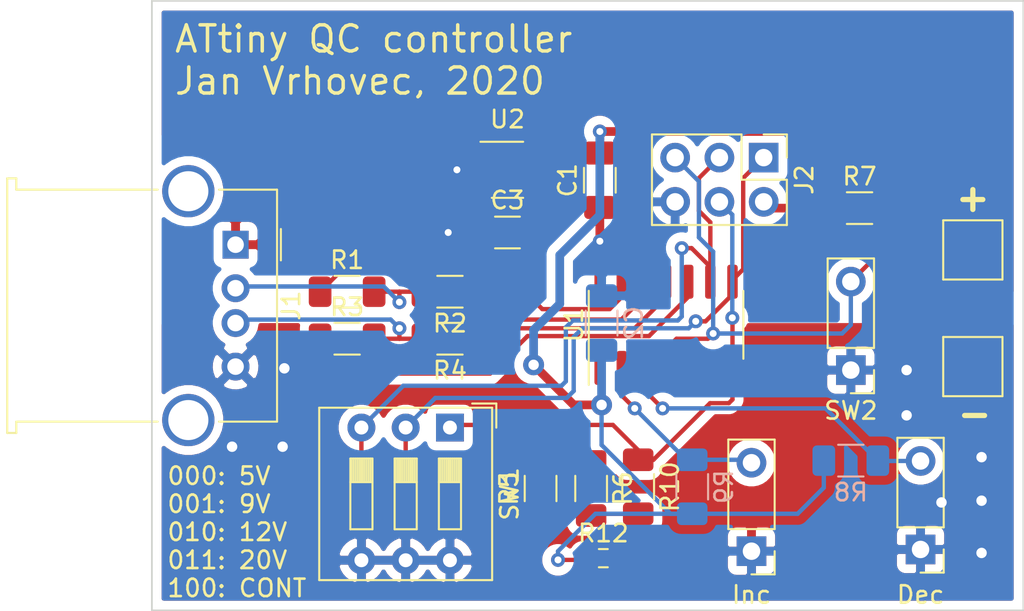
<source format=kicad_pcb>
(kicad_pcb (version 20171130) (host pcbnew 5.1.9)

  (general
    (thickness 1.6)
    (drawings 10)
    (tracks 188)
    (zones 0)
    (modules 24)
    (nets 19)
  )

  (page A4)
  (layers
    (0 F.Cu signal)
    (31 B.Cu signal)
    (32 B.Adhes user)
    (33 F.Adhes user)
    (34 B.Paste user)
    (35 F.Paste user)
    (36 B.SilkS user)
    (37 F.SilkS user)
    (38 B.Mask user)
    (39 F.Mask user)
    (40 Dwgs.User user)
    (41 Cmts.User user)
    (42 Eco1.User user)
    (43 Eco2.User user)
    (44 Edge.Cuts user)
    (45 Margin user)
    (46 B.CrtYd user)
    (47 F.CrtYd user)
    (48 B.Fab user)
    (49 F.Fab user hide)
  )

  (setup
    (last_trace_width 0.25)
    (user_trace_width 0.5)
    (trace_clearance 0.2)
    (zone_clearance 0.508)
    (zone_45_only no)
    (trace_min 0.2)
    (via_size 0.8)
    (via_drill 0.4)
    (via_min_size 0.4)
    (via_min_drill 0.3)
    (user_via 1.2 0.6)
    (uvia_size 0.3)
    (uvia_drill 0.1)
    (uvias_allowed no)
    (uvia_min_size 0.2)
    (uvia_min_drill 0.1)
    (edge_width 0.1)
    (segment_width 0.2)
    (pcb_text_width 0.3)
    (pcb_text_size 1.5 1.5)
    (mod_edge_width 0.15)
    (mod_text_size 1 1)
    (mod_text_width 0.15)
    (pad_size 1.524 1.524)
    (pad_drill 0.762)
    (pad_to_mask_clearance 0)
    (aux_axis_origin 0 0)
    (visible_elements FFFFFF7F)
    (pcbplotparams
      (layerselection 0x010f0_ffffffff)
      (usegerberextensions false)
      (usegerberattributes false)
      (usegerberadvancedattributes false)
      (creategerberjobfile false)
      (excludeedgelayer true)
      (linewidth 0.100000)
      (plotframeref false)
      (viasonmask false)
      (mode 1)
      (useauxorigin false)
      (hpglpennumber 1)
      (hpglpenspeed 20)
      (hpglpendiameter 15.000000)
      (psnegative false)
      (psa4output false)
      (plotreference true)
      (plotvalue false)
      (plotinvisibletext false)
      (padsonsilk true)
      (subtractmaskfromsilk false)
      (outputformat 1)
      (mirror false)
      (drillshape 0)
      (scaleselection 1)
      (outputdirectory "gerber/"))
  )

  (net 0 "")
  (net 1 +3V3)
  (net 2 GND)
  (net 3 "Net-(C3-Pad2)")
  (net 4 /D+)
  (net 5 /D-)
  (net 6 "Net-(J1-Pad5)")
  (net 7 /Dm_HIGH)
  (net 8 /Dm_LOW)
  (net 9 /Dp_HIGH)
  (net 10 /Dp_LOW)
  (net 11 /SEL_2)
  (net 12 /SEL_1)
  (net 13 /DEC)
  (net 14 /INC)
  (net 15 /SEL_0)
  (net 16 /RST)
  (net 17 "Net-(R10-Pad2)")
  (net 18 /Vbus)

  (net_class Default "This is the default net class."
    (clearance 0.2)
    (trace_width 0.25)
    (via_dia 0.8)
    (via_drill 0.4)
    (uvia_dia 0.3)
    (uvia_drill 0.1)
    (add_net +3V3)
    (add_net /D+)
    (add_net /D-)
    (add_net /DEC)
    (add_net /Dm_HIGH)
    (add_net /Dm_LOW)
    (add_net /Dp_HIGH)
    (add_net /Dp_LOW)
    (add_net /INC)
    (add_net /RST)
    (add_net /SEL_0)
    (add_net /SEL_1)
    (add_net /SEL_2)
    (add_net /Vbus)
    (add_net GND)
    (add_net "Net-(C3-Pad2)")
    (add_net "Net-(J1-Pad5)")
    (add_net "Net-(R10-Pad2)")
  )

  (module Package_SO:SOIC-14_3.9x8.7mm_P1.27mm (layer F.Cu) (tedit 5D9F72B1) (tstamp 5FE984AA)
    (at 141.5 108.6 90)
    (descr "SOIC, 14 Pin (JEDEC MS-012AB, https://www.analog.com/media/en/package-pcb-resources/package/pkg_pdf/soic_narrow-r/r_14.pdf), generated with kicad-footprint-generator ipc_gullwing_generator.py")
    (tags "SOIC SO")
    (path /5FF0F707)
    (attr smd)
    (fp_text reference U1 (at 0 -5.28 90) (layer F.SilkS)
      (effects (font (size 1 1) (thickness 0.15)))
    )
    (fp_text value ATtiny84A-SSU (at 0 5.28 90) (layer F.Fab)
      (effects (font (size 1 1) (thickness 0.15)))
    )
    (fp_line (start 3.7 -4.58) (end -3.7 -4.58) (layer F.CrtYd) (width 0.05))
    (fp_line (start 3.7 4.58) (end 3.7 -4.58) (layer F.CrtYd) (width 0.05))
    (fp_line (start -3.7 4.58) (end 3.7 4.58) (layer F.CrtYd) (width 0.05))
    (fp_line (start -3.7 -4.58) (end -3.7 4.58) (layer F.CrtYd) (width 0.05))
    (fp_line (start -1.95 -3.35) (end -0.975 -4.325) (layer F.Fab) (width 0.1))
    (fp_line (start -1.95 4.325) (end -1.95 -3.35) (layer F.Fab) (width 0.1))
    (fp_line (start 1.95 4.325) (end -1.95 4.325) (layer F.Fab) (width 0.1))
    (fp_line (start 1.95 -4.325) (end 1.95 4.325) (layer F.Fab) (width 0.1))
    (fp_line (start -0.975 -4.325) (end 1.95 -4.325) (layer F.Fab) (width 0.1))
    (fp_line (start 0 -4.435) (end -3.45 -4.435) (layer F.SilkS) (width 0.12))
    (fp_line (start 0 -4.435) (end 1.95 -4.435) (layer F.SilkS) (width 0.12))
    (fp_line (start 0 4.435) (end -1.95 4.435) (layer F.SilkS) (width 0.12))
    (fp_line (start 0 4.435) (end 1.95 4.435) (layer F.SilkS) (width 0.12))
    (fp_text user %R (at 0 0 90) (layer F.Fab)
      (effects (font (size 0.98 0.98) (thickness 0.15)))
    )
    (pad 14 smd roundrect (at 2.475 -3.81 90) (size 1.95 0.6) (layers F.Cu F.Paste F.Mask) (roundrect_rratio 0.25)
      (net 2 GND))
    (pad 13 smd roundrect (at 2.475 -2.54 90) (size 1.95 0.6) (layers F.Cu F.Paste F.Mask) (roundrect_rratio 0.25)
      (net 7 /Dm_HIGH))
    (pad 12 smd roundrect (at 2.475 -1.27 90) (size 1.95 0.6) (layers F.Cu F.Paste F.Mask) (roundrect_rratio 0.25)
      (net 8 /Dm_LOW))
    (pad 11 smd roundrect (at 2.475 0 90) (size 1.95 0.6) (layers F.Cu F.Paste F.Mask) (roundrect_rratio 0.25)
      (net 10 /Dp_LOW))
    (pad 10 smd roundrect (at 2.475 1.27 90) (size 1.95 0.6) (layers F.Cu F.Paste F.Mask) (roundrect_rratio 0.25)
      (net 9 /Dp_HIGH))
    (pad 9 smd roundrect (at 2.475 2.54 90) (size 1.95 0.6) (layers F.Cu F.Paste F.Mask) (roundrect_rratio 0.25)
      (net 11 /SEL_2))
    (pad 8 smd roundrect (at 2.475 3.81 90) (size 1.95 0.6) (layers F.Cu F.Paste F.Mask) (roundrect_rratio 0.25)
      (net 12 /SEL_1))
    (pad 7 smd roundrect (at -2.475 3.81 90) (size 1.95 0.6) (layers F.Cu F.Paste F.Mask) (roundrect_rratio 0.25)
      (net 15 /SEL_0))
    (pad 6 smd roundrect (at -2.475 2.54 90) (size 1.95 0.6) (layers F.Cu F.Paste F.Mask) (roundrect_rratio 0.25))
    (pad 5 smd roundrect (at -2.475 1.27 90) (size 1.95 0.6) (layers F.Cu F.Paste F.Mask) (roundrect_rratio 0.25))
    (pad 4 smd roundrect (at -2.475 0 90) (size 1.95 0.6) (layers F.Cu F.Paste F.Mask) (roundrect_rratio 0.25)
      (net 16 /RST))
    (pad 3 smd roundrect (at -2.475 -1.27 90) (size 1.95 0.6) (layers F.Cu F.Paste F.Mask) (roundrect_rratio 0.25)
      (net 13 /DEC))
    (pad 2 smd roundrect (at -2.475 -2.54 90) (size 1.95 0.6) (layers F.Cu F.Paste F.Mask) (roundrect_rratio 0.25)
      (net 14 /INC))
    (pad 1 smd roundrect (at -2.475 -3.81 90) (size 1.95 0.6) (layers F.Cu F.Paste F.Mask) (roundrect_rratio 0.25)
      (net 1 +3V3))
    (model ${KISYS3DMOD}/Package_SO.3dshapes/SOIC-14_3.9x8.7mm_P1.27mm.wrl
      (at (xyz 0 0 0))
      (scale (xyz 1 1 1))
      (rotate (xyz 0 0 0))
    )
  )

  (module TestPoint:TestPoint_Pad_3.0x3.0mm (layer F.Cu) (tedit 5A0F774F) (tstamp 5FE94B4E)
    (at 159.1 111)
    (descr "SMD rectangular pad as test Point, square 3.0mm side length")
    (tags "test point SMD pad rectangle square")
    (path /5FEF3339)
    (attr virtual)
    (fp_text reference TP2 (at 0 -2.398) (layer F.SilkS) hide
      (effects (font (size 1 1) (thickness 0.15)))
    )
    (fp_text value TestPoint (at 0 2.55) (layer F.Fab)
      (effects (font (size 1 1) (thickness 0.15)))
    )
    (fp_line (start -1.7 -1.7) (end 1.7 -1.7) (layer F.SilkS) (width 0.12))
    (fp_line (start 1.7 -1.7) (end 1.7 1.7) (layer F.SilkS) (width 0.12))
    (fp_line (start 1.7 1.7) (end -1.7 1.7) (layer F.SilkS) (width 0.12))
    (fp_line (start -1.7 1.7) (end -1.7 -1.7) (layer F.SilkS) (width 0.12))
    (fp_line (start -2 -2) (end 2 -2) (layer F.CrtYd) (width 0.05))
    (fp_line (start -2 -2) (end -2 2) (layer F.CrtYd) (width 0.05))
    (fp_line (start 2 2) (end 2 -2) (layer F.CrtYd) (width 0.05))
    (fp_line (start 2 2) (end -2 2) (layer F.CrtYd) (width 0.05))
    (fp_text user %R (at 0 -2.4) (layer F.Fab)
      (effects (font (size 1 1) (thickness 0.15)))
    )
    (pad 1 smd rect (at 0 0) (size 3 3) (layers F.Cu F.Mask)
      (net 2 GND))
  )

  (module TestPoint:TestPoint_Pad_3.0x3.0mm (layer F.Cu) (tedit 5A0F774F) (tstamp 5FE94B40)
    (at 159.1 104.3)
    (descr "SMD rectangular pad as test Point, square 3.0mm side length")
    (tags "test point SMD pad rectangle square")
    (path /5FEF21D5)
    (attr virtual)
    (fp_text reference TP1 (at 0 -2.398) (layer F.SilkS) hide
      (effects (font (size 1 1) (thickness 0.15)))
    )
    (fp_text value TestPoint (at 0 2.55) (layer F.Fab)
      (effects (font (size 1 1) (thickness 0.15)))
    )
    (fp_line (start -1.7 -1.7) (end 1.7 -1.7) (layer F.SilkS) (width 0.12))
    (fp_line (start 1.7 -1.7) (end 1.7 1.7) (layer F.SilkS) (width 0.12))
    (fp_line (start 1.7 1.7) (end -1.7 1.7) (layer F.SilkS) (width 0.12))
    (fp_line (start -1.7 1.7) (end -1.7 -1.7) (layer F.SilkS) (width 0.12))
    (fp_line (start -2 -2) (end 2 -2) (layer F.CrtYd) (width 0.05))
    (fp_line (start -2 -2) (end -2 2) (layer F.CrtYd) (width 0.05))
    (fp_line (start 2 2) (end 2 -2) (layer F.CrtYd) (width 0.05))
    (fp_line (start 2 2) (end -2 2) (layer F.CrtYd) (width 0.05))
    (fp_text user %R (at 0 -2.4) (layer F.Fab)
      (effects (font (size 1 1) (thickness 0.15)))
    )
    (pad 1 smd rect (at 0 0) (size 3 3) (layers F.Cu F.Mask)
      (net 18 /Vbus))
  )

  (module Resistor_SMD:R_1206_3216Metric_Pad1.30x1.75mm_HandSolder (layer F.Cu) (tedit 5F68FEEE) (tstamp 5FE93305)
    (at 137.2 118 270)
    (descr "Resistor SMD 1206 (3216 Metric), square (rectangular) end terminal, IPC_7351 nominal with elongated pad for handsoldering. (Body size source: IPC-SM-782 page 72, https://www.pcb-3d.com/wordpress/wp-content/uploads/ipc-sm-782a_amendment_1_and_2.pdf), generated with kicad-footprint-generator")
    (tags "resistor handsolder")
    (path /5F9A75EE)
    (attr smd)
    (fp_text reference R6 (at 0 -1.82 90) (layer F.SilkS)
      (effects (font (size 1 1) (thickness 0.15)))
    )
    (fp_text value 10k (at 0 1.82 90) (layer F.Fab)
      (effects (font (size 1 1) (thickness 0.15)))
    )
    (fp_line (start -1.6 0.8) (end -1.6 -0.8) (layer F.Fab) (width 0.1))
    (fp_line (start -1.6 -0.8) (end 1.6 -0.8) (layer F.Fab) (width 0.1))
    (fp_line (start 1.6 -0.8) (end 1.6 0.8) (layer F.Fab) (width 0.1))
    (fp_line (start 1.6 0.8) (end -1.6 0.8) (layer F.Fab) (width 0.1))
    (fp_line (start -0.727064 -0.91) (end 0.727064 -0.91) (layer F.SilkS) (width 0.12))
    (fp_line (start -0.727064 0.91) (end 0.727064 0.91) (layer F.SilkS) (width 0.12))
    (fp_line (start -2.45 1.12) (end -2.45 -1.12) (layer F.CrtYd) (width 0.05))
    (fp_line (start -2.45 -1.12) (end 2.45 -1.12) (layer F.CrtYd) (width 0.05))
    (fp_line (start 2.45 -1.12) (end 2.45 1.12) (layer F.CrtYd) (width 0.05))
    (fp_line (start 2.45 1.12) (end -2.45 1.12) (layer F.CrtYd) (width 0.05))
    (fp_text user %R (at 0 0 90) (layer F.Fab)
      (effects (font (size 0.8 0.8) (thickness 0.12)))
    )
    (pad 2 smd roundrect (at 1.55 0 270) (size 1.3 1.75) (layers F.Cu F.Paste F.Mask) (roundrect_rratio 0.1923076923076923)
      (net 17 "Net-(R10-Pad2)"))
    (pad 1 smd roundrect (at -1.55 0 270) (size 1.3 1.75) (layers F.Cu F.Paste F.Mask) (roundrect_rratio 0.1923076923076923)
      (net 12 /SEL_1))
    (model ${KISYS3DMOD}/Resistor_SMD.3dshapes/R_1206_3216Metric.wrl
      (at (xyz 0 0 0))
      (scale (xyz 1 1 1))
      (rotate (xyz 0 0 0))
    )
  )

  (module Resistor_SMD:R_0603_1608Metric_Pad0.98x0.95mm_HandSolder (layer F.Cu) (tedit 5F68FEEE) (tstamp 5FE8EBB7)
    (at 137.9 122)
    (descr "Resistor SMD 0603 (1608 Metric), square (rectangular) end terminal, IPC_7351 nominal with elongated pad for handsoldering. (Body size source: IPC-SM-782 page 72, https://www.pcb-3d.com/wordpress/wp-content/uploads/ipc-sm-782a_amendment_1_and_2.pdf), generated with kicad-footprint-generator")
    (tags "resistor handsolder")
    (path /5FE8F85A)
    (attr smd)
    (fp_text reference R12 (at 0 -1.43) (layer F.SilkS)
      (effects (font (size 1 1) (thickness 0.15)))
    )
    (fp_text value 0R (at 0 1.43) (layer F.Fab)
      (effects (font (size 1 1) (thickness 0.15)))
    )
    (fp_line (start -0.8 0.4125) (end -0.8 -0.4125) (layer F.Fab) (width 0.1))
    (fp_line (start -0.8 -0.4125) (end 0.8 -0.4125) (layer F.Fab) (width 0.1))
    (fp_line (start 0.8 -0.4125) (end 0.8 0.4125) (layer F.Fab) (width 0.1))
    (fp_line (start 0.8 0.4125) (end -0.8 0.4125) (layer F.Fab) (width 0.1))
    (fp_line (start -0.254724 -0.5225) (end 0.254724 -0.5225) (layer F.SilkS) (width 0.12))
    (fp_line (start -0.254724 0.5225) (end 0.254724 0.5225) (layer F.SilkS) (width 0.12))
    (fp_line (start -1.65 0.73) (end -1.65 -0.73) (layer F.CrtYd) (width 0.05))
    (fp_line (start -1.65 -0.73) (end 1.65 -0.73) (layer F.CrtYd) (width 0.05))
    (fp_line (start 1.65 -0.73) (end 1.65 0.73) (layer F.CrtYd) (width 0.05))
    (fp_line (start 1.65 0.73) (end -1.65 0.73) (layer F.CrtYd) (width 0.05))
    (fp_text user %R (at 0 0) (layer F.Fab)
      (effects (font (size 0.4 0.4) (thickness 0.06)))
    )
    (pad 2 smd roundrect (at 0.9125 0) (size 0.975 0.95) (layers F.Cu F.Paste F.Mask) (roundrect_rratio 0.25)
      (net 17 "Net-(R10-Pad2)"))
    (pad 1 smd roundrect (at -0.9125 0) (size 0.975 0.95) (layers F.Cu F.Paste F.Mask) (roundrect_rratio 0.25)
      (net 1 +3V3))
    (model ${KISYS3DMOD}/Resistor_SMD.3dshapes/R_0603_1608Metric.wrl
      (at (xyz 0 0 0))
      (scale (xyz 1 1 1))
      (rotate (xyz 0 0 0))
    )
  )

  (module Connector_PinHeader_2.54mm:PinHeader_2x03_P2.54mm_Vertical (layer F.Cu) (tedit 59FED5CC) (tstamp 5FE8EA55)
    (at 147.1 99 270)
    (descr "Through hole straight pin header, 2x03, 2.54mm pitch, double rows")
    (tags "Through hole pin header THT 2x03 2.54mm double row")
    (path /5FE8C874)
    (fp_text reference J2 (at 1.27 -2.33 90) (layer F.SilkS)
      (effects (font (size 1 1) (thickness 0.15)))
    )
    (fp_text value AVR-ISP-6 (at 1.27 7.41 90) (layer F.Fab)
      (effects (font (size 1 1) (thickness 0.15)))
    )
    (fp_line (start 0 -1.27) (end 3.81 -1.27) (layer F.Fab) (width 0.1))
    (fp_line (start 3.81 -1.27) (end 3.81 6.35) (layer F.Fab) (width 0.1))
    (fp_line (start 3.81 6.35) (end -1.27 6.35) (layer F.Fab) (width 0.1))
    (fp_line (start -1.27 6.35) (end -1.27 0) (layer F.Fab) (width 0.1))
    (fp_line (start -1.27 0) (end 0 -1.27) (layer F.Fab) (width 0.1))
    (fp_line (start -1.33 6.41) (end 3.87 6.41) (layer F.SilkS) (width 0.12))
    (fp_line (start -1.33 1.27) (end -1.33 6.41) (layer F.SilkS) (width 0.12))
    (fp_line (start 3.87 -1.33) (end 3.87 6.41) (layer F.SilkS) (width 0.12))
    (fp_line (start -1.33 1.27) (end 1.27 1.27) (layer F.SilkS) (width 0.12))
    (fp_line (start 1.27 1.27) (end 1.27 -1.33) (layer F.SilkS) (width 0.12))
    (fp_line (start 1.27 -1.33) (end 3.87 -1.33) (layer F.SilkS) (width 0.12))
    (fp_line (start -1.33 0) (end -1.33 -1.33) (layer F.SilkS) (width 0.12))
    (fp_line (start -1.33 -1.33) (end 0 -1.33) (layer F.SilkS) (width 0.12))
    (fp_line (start -1.8 -1.8) (end -1.8 6.85) (layer F.CrtYd) (width 0.05))
    (fp_line (start -1.8 6.85) (end 4.35 6.85) (layer F.CrtYd) (width 0.05))
    (fp_line (start 4.35 6.85) (end 4.35 -1.8) (layer F.CrtYd) (width 0.05))
    (fp_line (start 4.35 -1.8) (end -1.8 -1.8) (layer F.CrtYd) (width 0.05))
    (fp_text user %R (at 1.27 2.54) (layer F.Fab)
      (effects (font (size 1 1) (thickness 0.15)))
    )
    (pad 6 thru_hole oval (at 2.54 5.08 270) (size 1.7 1.7) (drill 1) (layers *.Cu *.Mask)
      (net 2 GND))
    (pad 5 thru_hole oval (at 0 5.08 270) (size 1.7 1.7) (drill 1) (layers *.Cu *.Mask)
      (net 16 /RST))
    (pad 4 thru_hole oval (at 2.54 2.54 270) (size 1.7 1.7) (drill 1) (layers *.Cu *.Mask)
      (net 15 /SEL_0))
    (pad 3 thru_hole oval (at 0 2.54 270) (size 1.7 1.7) (drill 1) (layers *.Cu *.Mask)
      (net 11 /SEL_2))
    (pad 2 thru_hole oval (at 2.54 0 270) (size 1.7 1.7) (drill 1) (layers *.Cu *.Mask)
      (net 1 +3V3))
    (pad 1 thru_hole rect (at 0 0 270) (size 1.7 1.7) (drill 1) (layers *.Cu *.Mask)
      (net 12 /SEL_1))
    (model ${KISYS3DMOD}/Connector_PinHeader_2.54mm.3dshapes/PinHeader_2x03_P2.54mm_Vertical.wrl
      (at (xyz 0 0 0))
      (scale (xyz 1 1 1))
      (rotate (xyz 0 0 0))
    )
  )

  (module qc_attiny:Push_Button_6x6mm (layer F.Cu) (tedit 5FE86F3C) (tstamp 5FE93409)
    (at 146.4 121.6 180)
    (descr "Through hole straight pin header, 1x03, 2.54mm pitch, single row")
    (tags "Through hole pin header THT 1x03 2.54mm single row")
    (path /5FE88D22)
    (fp_text reference SW4 (at 0 -2.33 180) (layer F.SilkS) hide
      (effects (font (size 1 1) (thickness 0.15)))
    )
    (fp_text value SW_Inc (at 0 7.41 180) (layer F.Fab)
      (effects (font (size 1 1) (thickness 0.15)))
    )
    (fp_line (start 4.318 6.858) (end 4.318 -1.792) (layer F.CrtYd) (width 0.05))
    (fp_line (start -4.318 -1.8) (end -4.318 6.85) (layer F.CrtYd) (width 0.05))
    (fp_line (start -1.33 -1.33) (end 0 -1.33) (layer F.SilkS) (width 0.12))
    (fp_line (start -1.33 0) (end -1.33 -1.33) (layer F.SilkS) (width 0.12))
    (fp_line (start -1.33 1.27) (end 1.33 1.27) (layer F.SilkS) (width 0.12))
    (fp_line (start 1.33 1.27) (end 1.33 6.41) (layer F.SilkS) (width 0.12))
    (fp_line (start -1.33 1.27) (end -1.33 6.41) (layer F.SilkS) (width 0.12))
    (fp_line (start -1.33 6.41) (end 1.33 6.41) (layer F.SilkS) (width 0.12))
    (fp_line (start -1.27 -0.635) (end -0.635 -1.27) (layer F.Fab) (width 0.1))
    (fp_line (start -1.27 6.35) (end -1.27 -0.635) (layer F.Fab) (width 0.1))
    (fp_line (start 1.27 6.35) (end -1.27 6.35) (layer F.Fab) (width 0.1))
    (fp_line (start 1.27 -1.27) (end 1.27 6.35) (layer F.Fab) (width 0.1))
    (fp_line (start -0.635 -1.27) (end 1.27 -1.27) (layer F.Fab) (width 0.1))
    (fp_line (start 4.318 6.858) (end -4.332 6.858) (layer F.CrtYd) (width 0.05))
    (fp_line (start 4.318 -1.778) (end -4.332 -1.778) (layer F.CrtYd) (width 0.05))
    (fp_text user %R (at 0 2.54 270) (layer F.Fab)
      (effects (font (size 1 1) (thickness 0.15)))
    )
    (pad 1 thru_hole rect (at 0 0 180) (size 1.7 1.7) (drill 1) (layers *.Cu *.Mask)
      (net 2 GND))
    (pad 2 thru_hole oval (at 0 5.08 180) (size 1.7 1.7) (drill 1) (layers *.Cu *.Mask)
      (net 14 /INC))
    (model ${KISYS3DMOD}/Connector_PinHeader_2.54mm.3dshapes/PinHeader_1x03_P2.54mm_Vertical.wrl
      (at (xyz 0 0 0))
      (scale (xyz 1 1 1))
      (rotate (xyz 0 0 0))
    )
  )

  (module qc_attiny:Push_Button_6x6mm (layer F.Cu) (tedit 5FE86F3C) (tstamp 5FE933F2)
    (at 156.1 121.5 180)
    (descr "Through hole straight pin header, 1x03, 2.54mm pitch, single row")
    (tags "Through hole pin header THT 1x03 2.54mm single row")
    (path /5FE8848C)
    (fp_text reference SW3 (at 0 -2.33 180) (layer F.SilkS) hide
      (effects (font (size 1 1) (thickness 0.15)))
    )
    (fp_text value SW_Dec (at 0 7.41 180) (layer F.Fab)
      (effects (font (size 1 1) (thickness 0.15)))
    )
    (fp_line (start 4.318 6.858) (end 4.318 -1.792) (layer F.CrtYd) (width 0.05))
    (fp_line (start -4.318 -1.8) (end -4.318 6.85) (layer F.CrtYd) (width 0.05))
    (fp_line (start -1.33 -1.33) (end 0 -1.33) (layer F.SilkS) (width 0.12))
    (fp_line (start -1.33 0) (end -1.33 -1.33) (layer F.SilkS) (width 0.12))
    (fp_line (start -1.33 1.27) (end 1.33 1.27) (layer F.SilkS) (width 0.12))
    (fp_line (start 1.33 1.27) (end 1.33 6.41) (layer F.SilkS) (width 0.12))
    (fp_line (start -1.33 1.27) (end -1.33 6.41) (layer F.SilkS) (width 0.12))
    (fp_line (start -1.33 6.41) (end 1.33 6.41) (layer F.SilkS) (width 0.12))
    (fp_line (start -1.27 -0.635) (end -0.635 -1.27) (layer F.Fab) (width 0.1))
    (fp_line (start -1.27 6.35) (end -1.27 -0.635) (layer F.Fab) (width 0.1))
    (fp_line (start 1.27 6.35) (end -1.27 6.35) (layer F.Fab) (width 0.1))
    (fp_line (start 1.27 -1.27) (end 1.27 6.35) (layer F.Fab) (width 0.1))
    (fp_line (start -0.635 -1.27) (end 1.27 -1.27) (layer F.Fab) (width 0.1))
    (fp_line (start 4.318 6.858) (end -4.332 6.858) (layer F.CrtYd) (width 0.05))
    (fp_line (start 4.318 -1.778) (end -4.332 -1.778) (layer F.CrtYd) (width 0.05))
    (fp_text user %R (at 0 2.54 270) (layer F.Fab)
      (effects (font (size 1 1) (thickness 0.15)))
    )
    (pad 1 thru_hole rect (at 0 0 180) (size 1.7 1.7) (drill 1) (layers *.Cu *.Mask)
      (net 2 GND))
    (pad 2 thru_hole oval (at 0 5.08 180) (size 1.7 1.7) (drill 1) (layers *.Cu *.Mask)
      (net 13 /DEC))
    (model ${KISYS3DMOD}/Connector_PinHeader_2.54mm.3dshapes/PinHeader_1x03_P2.54mm_Vertical.wrl
      (at (xyz 0 0 0))
      (scale (xyz 1 1 1))
      (rotate (xyz 0 0 0))
    )
  )

  (module qc_attiny:Push_Button_6x6mm (layer F.Cu) (tedit 5FE86F3C) (tstamp 5FE933DB)
    (at 152.1 111.2 180)
    (descr "Through hole straight pin header, 1x03, 2.54mm pitch, single row")
    (tags "Through hole pin header THT 1x03 2.54mm single row")
    (path /5FA8EAEF)
    (fp_text reference SW2 (at 0 -2.33 180) (layer F.SilkS)
      (effects (font (size 1 1) (thickness 0.15)))
    )
    (fp_text value SW_RST (at 0 7.41 180) (layer F.Fab)
      (effects (font (size 1 1) (thickness 0.15)))
    )
    (fp_line (start 4.318 6.858) (end 4.318 -1.792) (layer F.CrtYd) (width 0.05))
    (fp_line (start -4.318 -1.8) (end -4.318 6.85) (layer F.CrtYd) (width 0.05))
    (fp_line (start -1.33 -1.33) (end 0 -1.33) (layer F.SilkS) (width 0.12))
    (fp_line (start -1.33 0) (end -1.33 -1.33) (layer F.SilkS) (width 0.12))
    (fp_line (start -1.33 1.27) (end 1.33 1.27) (layer F.SilkS) (width 0.12))
    (fp_line (start 1.33 1.27) (end 1.33 6.41) (layer F.SilkS) (width 0.12))
    (fp_line (start -1.33 1.27) (end -1.33 6.41) (layer F.SilkS) (width 0.12))
    (fp_line (start -1.33 6.41) (end 1.33 6.41) (layer F.SilkS) (width 0.12))
    (fp_line (start -1.27 -0.635) (end -0.635 -1.27) (layer F.Fab) (width 0.1))
    (fp_line (start -1.27 6.35) (end -1.27 -0.635) (layer F.Fab) (width 0.1))
    (fp_line (start 1.27 6.35) (end -1.27 6.35) (layer F.Fab) (width 0.1))
    (fp_line (start 1.27 -1.27) (end 1.27 6.35) (layer F.Fab) (width 0.1))
    (fp_line (start -0.635 -1.27) (end 1.27 -1.27) (layer F.Fab) (width 0.1))
    (fp_line (start 4.318 6.858) (end -4.332 6.858) (layer F.CrtYd) (width 0.05))
    (fp_line (start 4.318 -1.778) (end -4.332 -1.778) (layer F.CrtYd) (width 0.05))
    (fp_text user %R (at 0 2.54 270) (layer F.Fab)
      (effects (font (size 1 1) (thickness 0.15)))
    )
    (pad 1 thru_hole rect (at 0 0 180) (size 1.7 1.7) (drill 1) (layers *.Cu *.Mask)
      (net 2 GND))
    (pad 2 thru_hole oval (at 0 5.08 180) (size 1.7 1.7) (drill 1) (layers *.Cu *.Mask)
      (net 16 /RST))
    (model ${KISYS3DMOD}/Connector_PinHeader_2.54mm.3dshapes/PinHeader_1x03_P2.54mm_Vertical.wrl
      (at (xyz 0 0 0))
      (scale (xyz 1 1 1))
      (rotate (xyz 0 0 0))
    )
  )

  (module Package_TO_SOT_SMD:SOT-23-5 (layer F.Cu) (tedit 5A02FF57) (tstamp 5FE9343E)
    (at 132.4 99.7)
    (descr "5-pin SOT23 package")
    (tags SOT-23-5)
    (path /5FEA95A4)
    (attr smd)
    (fp_text reference U2 (at 0 -2.9) (layer F.SilkS)
      (effects (font (size 1 1) (thickness 0.15)))
    )
    (fp_text value MIC5205-3.3YM5 (at 0 2.9) (layer F.Fab)
      (effects (font (size 1 1) (thickness 0.15)))
    )
    (fp_line (start -0.9 1.61) (end 0.9 1.61) (layer F.SilkS) (width 0.12))
    (fp_line (start 0.9 -1.61) (end -1.55 -1.61) (layer F.SilkS) (width 0.12))
    (fp_line (start -1.9 -1.8) (end 1.9 -1.8) (layer F.CrtYd) (width 0.05))
    (fp_line (start 1.9 -1.8) (end 1.9 1.8) (layer F.CrtYd) (width 0.05))
    (fp_line (start 1.9 1.8) (end -1.9 1.8) (layer F.CrtYd) (width 0.05))
    (fp_line (start -1.9 1.8) (end -1.9 -1.8) (layer F.CrtYd) (width 0.05))
    (fp_line (start -0.9 -0.9) (end -0.25 -1.55) (layer F.Fab) (width 0.1))
    (fp_line (start 0.9 -1.55) (end -0.25 -1.55) (layer F.Fab) (width 0.1))
    (fp_line (start -0.9 -0.9) (end -0.9 1.55) (layer F.Fab) (width 0.1))
    (fp_line (start 0.9 1.55) (end -0.9 1.55) (layer F.Fab) (width 0.1))
    (fp_line (start 0.9 -1.55) (end 0.9 1.55) (layer F.Fab) (width 0.1))
    (fp_text user %R (at 0 0 90) (layer F.Fab)
      (effects (font (size 0.5 0.5) (thickness 0.075)))
    )
    (pad 5 smd rect (at 1.1 -0.95) (size 1.06 0.65) (layers F.Cu F.Paste F.Mask)
      (net 1 +3V3))
    (pad 4 smd rect (at 1.1 0.95) (size 1.06 0.65) (layers F.Cu F.Paste F.Mask)
      (net 3 "Net-(C3-Pad2)"))
    (pad 3 smd rect (at -1.1 0.95) (size 1.06 0.65) (layers F.Cu F.Paste F.Mask))
    (pad 2 smd rect (at -1.1 0) (size 1.06 0.65) (layers F.Cu F.Paste F.Mask)
      (net 2 GND))
    (pad 1 smd rect (at -1.1 -0.95) (size 1.06 0.65) (layers F.Cu F.Paste F.Mask)
      (net 18 /Vbus))
    (model ${KISYS3DMOD}/Package_TO_SOT_SMD.3dshapes/SOT-23-5.wrl
      (at (xyz 0 0 0))
      (scale (xyz 1 1 1))
      (rotate (xyz 0 0 0))
    )
  )

  (module Button_Switch_THT:SW_DIP_SPSTx03_Slide_9.78x9.8mm_W7.62mm_P2.54mm (layer F.Cu) (tedit 5A4E1404) (tstamp 5FE933C4)
    (at 129.1 114.5 270)
    (descr "3x-dip-switch SPST , Slide, row spacing 7.62 mm (300 mils), body size 9.78x9.8mm (see e.g. https://www.ctscorp.com/wp-content/uploads/206-208.pdf)")
    (tags "DIP Switch SPST Slide 7.62mm 300mil")
    (path /5F9A2CDD)
    (fp_text reference SW1 (at 3.81 -3.42 90) (layer F.SilkS)
      (effects (font (size 1 1) (thickness 0.15)))
    )
    (fp_text value SW_SEL (at 3.81 8.5 90) (layer F.Fab)
      (effects (font (size 1 1) (thickness 0.15)))
    )
    (fp_line (start -0.08 -2.36) (end 8.7 -2.36) (layer F.Fab) (width 0.1))
    (fp_line (start 8.7 -2.36) (end 8.7 7.44) (layer F.Fab) (width 0.1))
    (fp_line (start 8.7 7.44) (end -1.08 7.44) (layer F.Fab) (width 0.1))
    (fp_line (start -1.08 7.44) (end -1.08 -1.36) (layer F.Fab) (width 0.1))
    (fp_line (start -1.08 -1.36) (end -0.08 -2.36) (layer F.Fab) (width 0.1))
    (fp_line (start 1.78 -0.635) (end 1.78 0.635) (layer F.Fab) (width 0.1))
    (fp_line (start 1.78 0.635) (end 5.84 0.635) (layer F.Fab) (width 0.1))
    (fp_line (start 5.84 0.635) (end 5.84 -0.635) (layer F.Fab) (width 0.1))
    (fp_line (start 5.84 -0.635) (end 1.78 -0.635) (layer F.Fab) (width 0.1))
    (fp_line (start 1.78 -0.535) (end 3.133333 -0.535) (layer F.Fab) (width 0.1))
    (fp_line (start 1.78 -0.435) (end 3.133333 -0.435) (layer F.Fab) (width 0.1))
    (fp_line (start 1.78 -0.335) (end 3.133333 -0.335) (layer F.Fab) (width 0.1))
    (fp_line (start 1.78 -0.235) (end 3.133333 -0.235) (layer F.Fab) (width 0.1))
    (fp_line (start 1.78 -0.135) (end 3.133333 -0.135) (layer F.Fab) (width 0.1))
    (fp_line (start 1.78 -0.035) (end 3.133333 -0.035) (layer F.Fab) (width 0.1))
    (fp_line (start 1.78 0.065) (end 3.133333 0.065) (layer F.Fab) (width 0.1))
    (fp_line (start 1.78 0.165) (end 3.133333 0.165) (layer F.Fab) (width 0.1))
    (fp_line (start 1.78 0.265) (end 3.133333 0.265) (layer F.Fab) (width 0.1))
    (fp_line (start 1.78 0.365) (end 3.133333 0.365) (layer F.Fab) (width 0.1))
    (fp_line (start 1.78 0.465) (end 3.133333 0.465) (layer F.Fab) (width 0.1))
    (fp_line (start 1.78 0.565) (end 3.133333 0.565) (layer F.Fab) (width 0.1))
    (fp_line (start 3.133333 -0.635) (end 3.133333 0.635) (layer F.Fab) (width 0.1))
    (fp_line (start 1.78 1.905) (end 1.78 3.175) (layer F.Fab) (width 0.1))
    (fp_line (start 1.78 3.175) (end 5.84 3.175) (layer F.Fab) (width 0.1))
    (fp_line (start 5.84 3.175) (end 5.84 1.905) (layer F.Fab) (width 0.1))
    (fp_line (start 5.84 1.905) (end 1.78 1.905) (layer F.Fab) (width 0.1))
    (fp_line (start 1.78 2.005) (end 3.133333 2.005) (layer F.Fab) (width 0.1))
    (fp_line (start 1.78 2.105) (end 3.133333 2.105) (layer F.Fab) (width 0.1))
    (fp_line (start 1.78 2.205) (end 3.133333 2.205) (layer F.Fab) (width 0.1))
    (fp_line (start 1.78 2.305) (end 3.133333 2.305) (layer F.Fab) (width 0.1))
    (fp_line (start 1.78 2.405) (end 3.133333 2.405) (layer F.Fab) (width 0.1))
    (fp_line (start 1.78 2.505) (end 3.133333 2.505) (layer F.Fab) (width 0.1))
    (fp_line (start 1.78 2.605) (end 3.133333 2.605) (layer F.Fab) (width 0.1))
    (fp_line (start 1.78 2.705) (end 3.133333 2.705) (layer F.Fab) (width 0.1))
    (fp_line (start 1.78 2.805) (end 3.133333 2.805) (layer F.Fab) (width 0.1))
    (fp_line (start 1.78 2.905) (end 3.133333 2.905) (layer F.Fab) (width 0.1))
    (fp_line (start 1.78 3.005) (end 3.133333 3.005) (layer F.Fab) (width 0.1))
    (fp_line (start 1.78 3.105) (end 3.133333 3.105) (layer F.Fab) (width 0.1))
    (fp_line (start 3.133333 1.905) (end 3.133333 3.175) (layer F.Fab) (width 0.1))
    (fp_line (start 1.78 4.445) (end 1.78 5.715) (layer F.Fab) (width 0.1))
    (fp_line (start 1.78 5.715) (end 5.84 5.715) (layer F.Fab) (width 0.1))
    (fp_line (start 5.84 5.715) (end 5.84 4.445) (layer F.Fab) (width 0.1))
    (fp_line (start 5.84 4.445) (end 1.78 4.445) (layer F.Fab) (width 0.1))
    (fp_line (start 1.78 4.545) (end 3.133333 4.545) (layer F.Fab) (width 0.1))
    (fp_line (start 1.78 4.645) (end 3.133333 4.645) (layer F.Fab) (width 0.1))
    (fp_line (start 1.78 4.745) (end 3.133333 4.745) (layer F.Fab) (width 0.1))
    (fp_line (start 1.78 4.845) (end 3.133333 4.845) (layer F.Fab) (width 0.1))
    (fp_line (start 1.78 4.945) (end 3.133333 4.945) (layer F.Fab) (width 0.1))
    (fp_line (start 1.78 5.045) (end 3.133333 5.045) (layer F.Fab) (width 0.1))
    (fp_line (start 1.78 5.145) (end 3.133333 5.145) (layer F.Fab) (width 0.1))
    (fp_line (start 1.78 5.245) (end 3.133333 5.245) (layer F.Fab) (width 0.1))
    (fp_line (start 1.78 5.345) (end 3.133333 5.345) (layer F.Fab) (width 0.1))
    (fp_line (start 1.78 5.445) (end 3.133333 5.445) (layer F.Fab) (width 0.1))
    (fp_line (start 1.78 5.545) (end 3.133333 5.545) (layer F.Fab) (width 0.1))
    (fp_line (start 1.78 5.645) (end 3.133333 5.645) (layer F.Fab) (width 0.1))
    (fp_line (start 3.133333 4.445) (end 3.133333 5.715) (layer F.Fab) (width 0.1))
    (fp_line (start -1.14 -2.42) (end 8.76 -2.42) (layer F.SilkS) (width 0.12))
    (fp_line (start -1.14 7.5) (end 8.76 7.5) (layer F.SilkS) (width 0.12))
    (fp_line (start -1.14 -2.42) (end -1.14 7.5) (layer F.SilkS) (width 0.12))
    (fp_line (start 8.76 -2.42) (end 8.76 7.5) (layer F.SilkS) (width 0.12))
    (fp_line (start -1.38 -2.66) (end 0.004 -2.66) (layer F.SilkS) (width 0.12))
    (fp_line (start -1.38 -2.66) (end -1.38 -1.277) (layer F.SilkS) (width 0.12))
    (fp_line (start 1.78 -0.635) (end 1.78 0.635) (layer F.SilkS) (width 0.12))
    (fp_line (start 1.78 0.635) (end 5.84 0.635) (layer F.SilkS) (width 0.12))
    (fp_line (start 5.84 0.635) (end 5.84 -0.635) (layer F.SilkS) (width 0.12))
    (fp_line (start 5.84 -0.635) (end 1.78 -0.635) (layer F.SilkS) (width 0.12))
    (fp_line (start 1.78 -0.515) (end 3.133333 -0.515) (layer F.SilkS) (width 0.12))
    (fp_line (start 1.78 -0.395) (end 3.133333 -0.395) (layer F.SilkS) (width 0.12))
    (fp_line (start 1.78 -0.275) (end 3.133333 -0.275) (layer F.SilkS) (width 0.12))
    (fp_line (start 1.78 -0.155) (end 3.133333 -0.155) (layer F.SilkS) (width 0.12))
    (fp_line (start 1.78 -0.035) (end 3.133333 -0.035) (layer F.SilkS) (width 0.12))
    (fp_line (start 1.78 0.085) (end 3.133333 0.085) (layer F.SilkS) (width 0.12))
    (fp_line (start 1.78 0.205) (end 3.133333 0.205) (layer F.SilkS) (width 0.12))
    (fp_line (start 1.78 0.325) (end 3.133333 0.325) (layer F.SilkS) (width 0.12))
    (fp_line (start 1.78 0.445) (end 3.133333 0.445) (layer F.SilkS) (width 0.12))
    (fp_line (start 1.78 0.565) (end 3.133333 0.565) (layer F.SilkS) (width 0.12))
    (fp_line (start 3.133333 -0.635) (end 3.133333 0.635) (layer F.SilkS) (width 0.12))
    (fp_line (start 1.78 1.905) (end 1.78 3.175) (layer F.SilkS) (width 0.12))
    (fp_line (start 1.78 3.175) (end 5.84 3.175) (layer F.SilkS) (width 0.12))
    (fp_line (start 5.84 3.175) (end 5.84 1.905) (layer F.SilkS) (width 0.12))
    (fp_line (start 5.84 1.905) (end 1.78 1.905) (layer F.SilkS) (width 0.12))
    (fp_line (start 1.78 2.025) (end 3.133333 2.025) (layer F.SilkS) (width 0.12))
    (fp_line (start 1.78 2.145) (end 3.133333 2.145) (layer F.SilkS) (width 0.12))
    (fp_line (start 1.78 2.265) (end 3.133333 2.265) (layer F.SilkS) (width 0.12))
    (fp_line (start 1.78 2.385) (end 3.133333 2.385) (layer F.SilkS) (width 0.12))
    (fp_line (start 1.78 2.505) (end 3.133333 2.505) (layer F.SilkS) (width 0.12))
    (fp_line (start 1.78 2.625) (end 3.133333 2.625) (layer F.SilkS) (width 0.12))
    (fp_line (start 1.78 2.745) (end 3.133333 2.745) (layer F.SilkS) (width 0.12))
    (fp_line (start 1.78 2.865) (end 3.133333 2.865) (layer F.SilkS) (width 0.12))
    (fp_line (start 1.78 2.985) (end 3.133333 2.985) (layer F.SilkS) (width 0.12))
    (fp_line (start 1.78 3.105) (end 3.133333 3.105) (layer F.SilkS) (width 0.12))
    (fp_line (start 3.133333 1.905) (end 3.133333 3.175) (layer F.SilkS) (width 0.12))
    (fp_line (start 1.78 4.445) (end 1.78 5.715) (layer F.SilkS) (width 0.12))
    (fp_line (start 1.78 5.715) (end 5.84 5.715) (layer F.SilkS) (width 0.12))
    (fp_line (start 5.84 5.715) (end 5.84 4.445) (layer F.SilkS) (width 0.12))
    (fp_line (start 5.84 4.445) (end 1.78 4.445) (layer F.SilkS) (width 0.12))
    (fp_line (start 1.78 4.565) (end 3.133333 4.565) (layer F.SilkS) (width 0.12))
    (fp_line (start 1.78 4.685) (end 3.133333 4.685) (layer F.SilkS) (width 0.12))
    (fp_line (start 1.78 4.805) (end 3.133333 4.805) (layer F.SilkS) (width 0.12))
    (fp_line (start 1.78 4.925) (end 3.133333 4.925) (layer F.SilkS) (width 0.12))
    (fp_line (start 1.78 5.045) (end 3.133333 5.045) (layer F.SilkS) (width 0.12))
    (fp_line (start 1.78 5.165) (end 3.133333 5.165) (layer F.SilkS) (width 0.12))
    (fp_line (start 1.78 5.285) (end 3.133333 5.285) (layer F.SilkS) (width 0.12))
    (fp_line (start 1.78 5.405) (end 3.133333 5.405) (layer F.SilkS) (width 0.12))
    (fp_line (start 1.78 5.525) (end 3.133333 5.525) (layer F.SilkS) (width 0.12))
    (fp_line (start 1.78 5.645) (end 3.133333 5.645) (layer F.SilkS) (width 0.12))
    (fp_line (start 3.133333 4.445) (end 3.133333 5.715) (layer F.SilkS) (width 0.12))
    (fp_line (start -1.35 -2.7) (end -1.35 7.75) (layer F.CrtYd) (width 0.05))
    (fp_line (start -1.35 7.75) (end 8.95 7.75) (layer F.CrtYd) (width 0.05))
    (fp_line (start 8.95 7.75) (end 8.95 -2.7) (layer F.CrtYd) (width 0.05))
    (fp_line (start 8.95 -2.7) (end -1.35 -2.7) (layer F.CrtYd) (width 0.05))
    (fp_text user on (at 5.365 -1.4975 90) (layer F.Fab)
      (effects (font (size 0.8 0.8) (thickness 0.12)))
    )
    (fp_text user %R (at 7.27 2.54) (layer F.Fab)
      (effects (font (size 0.8 0.8) (thickness 0.12)))
    )
    (pad 6 thru_hole oval (at 7.62 0 270) (size 1.6 1.6) (drill 0.8) (layers *.Cu *.Mask)
      (net 2 GND))
    (pad 3 thru_hole oval (at 0 5.08 270) (size 1.6 1.6) (drill 0.8) (layers *.Cu *.Mask)
      (net 11 /SEL_2))
    (pad 5 thru_hole oval (at 7.62 2.54 270) (size 1.6 1.6) (drill 0.8) (layers *.Cu *.Mask)
      (net 2 GND))
    (pad 2 thru_hole oval (at 0 2.54 270) (size 1.6 1.6) (drill 0.8) (layers *.Cu *.Mask)
      (net 12 /SEL_1))
    (pad 4 thru_hole oval (at 7.62 5.08 270) (size 1.6 1.6) (drill 0.8) (layers *.Cu *.Mask)
      (net 2 GND))
    (pad 1 thru_hole rect (at 0 0 270) (size 1.6 1.6) (drill 0.8) (layers *.Cu *.Mask)
      (net 15 /SEL_0))
    (model ${KISYS3DMOD}/Button_Switch_THT.3dshapes/SW_DIP_SPSTx03_Slide_9.78x9.8mm_W7.62mm_P2.54mm.wrl
      (at (xyz 0 0 0))
      (scale (xyz 1 1 1))
      (rotate (xyz 0 0 90))
    )
  )

  (module Resistor_SMD:R_1206_3216Metric_Pad1.30x1.75mm_HandSolder (layer F.Cu) (tedit 5F68FEEE) (tstamp 5FE93349)
    (at 139.9 117.9 270)
    (descr "Resistor SMD 1206 (3216 Metric), square (rectangular) end terminal, IPC_7351 nominal with elongated pad for handsoldering. (Body size source: IPC-SM-782 page 72, https://www.pcb-3d.com/wordpress/wp-content/uploads/ipc-sm-782a_amendment_1_and_2.pdf), generated with kicad-footprint-generator")
    (tags "resistor handsolder")
    (path /5FE8F6C6)
    (attr smd)
    (fp_text reference R10 (at 0 -1.82 90) (layer F.SilkS)
      (effects (font (size 1 1) (thickness 0.15)))
    )
    (fp_text value 10k (at 0 1.82 90) (layer F.Fab)
      (effects (font (size 1 1) (thickness 0.15)))
    )
    (fp_line (start -1.6 0.8) (end -1.6 -0.8) (layer F.Fab) (width 0.1))
    (fp_line (start -1.6 -0.8) (end 1.6 -0.8) (layer F.Fab) (width 0.1))
    (fp_line (start 1.6 -0.8) (end 1.6 0.8) (layer F.Fab) (width 0.1))
    (fp_line (start 1.6 0.8) (end -1.6 0.8) (layer F.Fab) (width 0.1))
    (fp_line (start -0.727064 -0.91) (end 0.727064 -0.91) (layer F.SilkS) (width 0.12))
    (fp_line (start -0.727064 0.91) (end 0.727064 0.91) (layer F.SilkS) (width 0.12))
    (fp_line (start -2.45 1.12) (end -2.45 -1.12) (layer F.CrtYd) (width 0.05))
    (fp_line (start -2.45 -1.12) (end 2.45 -1.12) (layer F.CrtYd) (width 0.05))
    (fp_line (start 2.45 -1.12) (end 2.45 1.12) (layer F.CrtYd) (width 0.05))
    (fp_line (start 2.45 1.12) (end -2.45 1.12) (layer F.CrtYd) (width 0.05))
    (fp_text user %R (at 0 0 90) (layer F.Fab)
      (effects (font (size 0.8 0.8) (thickness 0.12)))
    )
    (pad 2 smd roundrect (at 1.55 0 270) (size 1.3 1.75) (layers F.Cu F.Paste F.Mask) (roundrect_rratio 0.1923076923076923)
      (net 17 "Net-(R10-Pad2)"))
    (pad 1 smd roundrect (at -1.55 0 270) (size 1.3 1.75) (layers F.Cu F.Paste F.Mask) (roundrect_rratio 0.1923076923076923)
      (net 15 /SEL_0))
    (model ${KISYS3DMOD}/Resistor_SMD.3dshapes/R_1206_3216Metric.wrl
      (at (xyz 0 0 0))
      (scale (xyz 1 1 1))
      (rotate (xyz 0 0 0))
    )
  )

  (module Resistor_SMD:R_1206_3216Metric_Pad1.30x1.75mm_HandSolder (layer B.Cu) (tedit 5F68FEEE) (tstamp 5FE93338)
    (at 143 117.9 90)
    (descr "Resistor SMD 1206 (3216 Metric), square (rectangular) end terminal, IPC_7351 nominal with elongated pad for handsoldering. (Body size source: IPC-SM-782 page 72, https://www.pcb-3d.com/wordpress/wp-content/uploads/ipc-sm-782a_amendment_1_and_2.pdf), generated with kicad-footprint-generator")
    (tags "resistor handsolder")
    (path /5FE98610)
    (attr smd)
    (fp_text reference R9 (at 0 1.82 90) (layer B.SilkS)
      (effects (font (size 1 1) (thickness 0.15)) (justify mirror))
    )
    (fp_text value 10k (at 0 -1.82 90) (layer B.Fab)
      (effects (font (size 1 1) (thickness 0.15)) (justify mirror))
    )
    (fp_line (start -1.6 -0.8) (end -1.6 0.8) (layer B.Fab) (width 0.1))
    (fp_line (start -1.6 0.8) (end 1.6 0.8) (layer B.Fab) (width 0.1))
    (fp_line (start 1.6 0.8) (end 1.6 -0.8) (layer B.Fab) (width 0.1))
    (fp_line (start 1.6 -0.8) (end -1.6 -0.8) (layer B.Fab) (width 0.1))
    (fp_line (start -0.727064 0.91) (end 0.727064 0.91) (layer B.SilkS) (width 0.12))
    (fp_line (start -0.727064 -0.91) (end 0.727064 -0.91) (layer B.SilkS) (width 0.12))
    (fp_line (start -2.45 -1.12) (end -2.45 1.12) (layer B.CrtYd) (width 0.05))
    (fp_line (start -2.45 1.12) (end 2.45 1.12) (layer B.CrtYd) (width 0.05))
    (fp_line (start 2.45 1.12) (end 2.45 -1.12) (layer B.CrtYd) (width 0.05))
    (fp_line (start 2.45 -1.12) (end -2.45 -1.12) (layer B.CrtYd) (width 0.05))
    (fp_text user %R (at 0 0 90) (layer B.Fab)
      (effects (font (size 0.8 0.8) (thickness 0.12)) (justify mirror))
    )
    (pad 2 smd roundrect (at 1.55 0 90) (size 1.3 1.75) (layers B.Cu B.Paste B.Mask) (roundrect_rratio 0.1923076923076923)
      (net 14 /INC))
    (pad 1 smd roundrect (at -1.55 0 90) (size 1.3 1.75) (layers B.Cu B.Paste B.Mask) (roundrect_rratio 0.1923076923076923)
      (net 1 +3V3))
    (model ${KISYS3DMOD}/Resistor_SMD.3dshapes/R_1206_3216Metric.wrl
      (at (xyz 0 0 0))
      (scale (xyz 1 1 1))
      (rotate (xyz 0 0 0))
    )
  )

  (module Resistor_SMD:R_1206_3216Metric_Pad1.30x1.75mm_HandSolder (layer B.Cu) (tedit 5F68FEEE) (tstamp 5FE93327)
    (at 152.1 116.4)
    (descr "Resistor SMD 1206 (3216 Metric), square (rectangular) end terminal, IPC_7351 nominal with elongated pad for handsoldering. (Body size source: IPC-SM-782 page 72, https://www.pcb-3d.com/wordpress/wp-content/uploads/ipc-sm-782a_amendment_1_and_2.pdf), generated with kicad-footprint-generator")
    (tags "resistor handsolder")
    (path /5FE956F5)
    (attr smd)
    (fp_text reference R8 (at 0 1.82) (layer B.SilkS)
      (effects (font (size 1 1) (thickness 0.15)) (justify mirror))
    )
    (fp_text value 10k (at 0 -1.82) (layer B.Fab)
      (effects (font (size 1 1) (thickness 0.15)) (justify mirror))
    )
    (fp_line (start -1.6 -0.8) (end -1.6 0.8) (layer B.Fab) (width 0.1))
    (fp_line (start -1.6 0.8) (end 1.6 0.8) (layer B.Fab) (width 0.1))
    (fp_line (start 1.6 0.8) (end 1.6 -0.8) (layer B.Fab) (width 0.1))
    (fp_line (start 1.6 -0.8) (end -1.6 -0.8) (layer B.Fab) (width 0.1))
    (fp_line (start -0.727064 0.91) (end 0.727064 0.91) (layer B.SilkS) (width 0.12))
    (fp_line (start -0.727064 -0.91) (end 0.727064 -0.91) (layer B.SilkS) (width 0.12))
    (fp_line (start -2.45 -1.12) (end -2.45 1.12) (layer B.CrtYd) (width 0.05))
    (fp_line (start -2.45 1.12) (end 2.45 1.12) (layer B.CrtYd) (width 0.05))
    (fp_line (start 2.45 1.12) (end 2.45 -1.12) (layer B.CrtYd) (width 0.05))
    (fp_line (start 2.45 -1.12) (end -2.45 -1.12) (layer B.CrtYd) (width 0.05))
    (fp_text user %R (at 0 0) (layer B.Fab)
      (effects (font (size 0.8 0.8) (thickness 0.12)) (justify mirror))
    )
    (pad 2 smd roundrect (at 1.55 0) (size 1.3 1.75) (layers B.Cu B.Paste B.Mask) (roundrect_rratio 0.1923076923076923)
      (net 13 /DEC))
    (pad 1 smd roundrect (at -1.55 0) (size 1.3 1.75) (layers B.Cu B.Paste B.Mask) (roundrect_rratio 0.1923076923076923)
      (net 1 +3V3))
    (model ${KISYS3DMOD}/Resistor_SMD.3dshapes/R_1206_3216Metric.wrl
      (at (xyz 0 0 0))
      (scale (xyz 1 1 1))
      (rotate (xyz 0 0 0))
    )
  )

  (module Resistor_SMD:R_1206_3216Metric_Pad1.30x1.75mm_HandSolder (layer F.Cu) (tedit 5F68FEEE) (tstamp 5FE93316)
    (at 152.6 101.9)
    (descr "Resistor SMD 1206 (3216 Metric), square (rectangular) end terminal, IPC_7351 nominal with elongated pad for handsoldering. (Body size source: IPC-SM-782 page 72, https://www.pcb-3d.com/wordpress/wp-content/uploads/ipc-sm-782a_amendment_1_and_2.pdf), generated with kicad-footprint-generator")
    (tags "resistor handsolder")
    (path /5FA6976A)
    (attr smd)
    (fp_text reference R7 (at 0 -1.82) (layer F.SilkS)
      (effects (font (size 1 1) (thickness 0.15)))
    )
    (fp_text value 10k (at 0 1.82) (layer F.Fab)
      (effects (font (size 1 1) (thickness 0.15)))
    )
    (fp_line (start -1.6 0.8) (end -1.6 -0.8) (layer F.Fab) (width 0.1))
    (fp_line (start -1.6 -0.8) (end 1.6 -0.8) (layer F.Fab) (width 0.1))
    (fp_line (start 1.6 -0.8) (end 1.6 0.8) (layer F.Fab) (width 0.1))
    (fp_line (start 1.6 0.8) (end -1.6 0.8) (layer F.Fab) (width 0.1))
    (fp_line (start -0.727064 -0.91) (end 0.727064 -0.91) (layer F.SilkS) (width 0.12))
    (fp_line (start -0.727064 0.91) (end 0.727064 0.91) (layer F.SilkS) (width 0.12))
    (fp_line (start -2.45 1.12) (end -2.45 -1.12) (layer F.CrtYd) (width 0.05))
    (fp_line (start -2.45 -1.12) (end 2.45 -1.12) (layer F.CrtYd) (width 0.05))
    (fp_line (start 2.45 -1.12) (end 2.45 1.12) (layer F.CrtYd) (width 0.05))
    (fp_line (start 2.45 1.12) (end -2.45 1.12) (layer F.CrtYd) (width 0.05))
    (fp_text user %R (at 0 0) (layer F.Fab)
      (effects (font (size 0.8 0.8) (thickness 0.12)))
    )
    (pad 2 smd roundrect (at 1.55 0) (size 1.3 1.75) (layers F.Cu F.Paste F.Mask) (roundrect_rratio 0.1923076923076923)
      (net 16 /RST))
    (pad 1 smd roundrect (at -1.55 0) (size 1.3 1.75) (layers F.Cu F.Paste F.Mask) (roundrect_rratio 0.1923076923076923)
      (net 1 +3V3))
    (model ${KISYS3DMOD}/Resistor_SMD.3dshapes/R_1206_3216Metric.wrl
      (at (xyz 0 0 0))
      (scale (xyz 1 1 1))
      (rotate (xyz 0 0 0))
    )
  )

  (module Resistor_SMD:R_1206_3216Metric_Pad1.30x1.75mm_HandSolder (layer F.Cu) (tedit 5F68FEEE) (tstamp 5FE932F4)
    (at 134.3 118 90)
    (descr "Resistor SMD 1206 (3216 Metric), square (rectangular) end terminal, IPC_7351 nominal with elongated pad for handsoldering. (Body size source: IPC-SM-782 page 72, https://www.pcb-3d.com/wordpress/wp-content/uploads/ipc-sm-782a_amendment_1_and_2.pdf), generated with kicad-footprint-generator")
    (tags "resistor handsolder")
    (path /5F9A60E4)
    (attr smd)
    (fp_text reference R5 (at 0 -1.82 90) (layer F.SilkS)
      (effects (font (size 1 1) (thickness 0.15)))
    )
    (fp_text value 10k (at 0 1.82 90) (layer F.Fab)
      (effects (font (size 1 1) (thickness 0.15)))
    )
    (fp_line (start -1.6 0.8) (end -1.6 -0.8) (layer F.Fab) (width 0.1))
    (fp_line (start -1.6 -0.8) (end 1.6 -0.8) (layer F.Fab) (width 0.1))
    (fp_line (start 1.6 -0.8) (end 1.6 0.8) (layer F.Fab) (width 0.1))
    (fp_line (start 1.6 0.8) (end -1.6 0.8) (layer F.Fab) (width 0.1))
    (fp_line (start -0.727064 -0.91) (end 0.727064 -0.91) (layer F.SilkS) (width 0.12))
    (fp_line (start -0.727064 0.91) (end 0.727064 0.91) (layer F.SilkS) (width 0.12))
    (fp_line (start -2.45 1.12) (end -2.45 -1.12) (layer F.CrtYd) (width 0.05))
    (fp_line (start -2.45 -1.12) (end 2.45 -1.12) (layer F.CrtYd) (width 0.05))
    (fp_line (start 2.45 -1.12) (end 2.45 1.12) (layer F.CrtYd) (width 0.05))
    (fp_line (start 2.45 1.12) (end -2.45 1.12) (layer F.CrtYd) (width 0.05))
    (fp_text user %R (at 0 0 90) (layer F.Fab)
      (effects (font (size 0.8 0.8) (thickness 0.12)))
    )
    (pad 2 smd roundrect (at 1.55 0 90) (size 1.3 1.75) (layers F.Cu F.Paste F.Mask) (roundrect_rratio 0.1923076923076923)
      (net 11 /SEL_2))
    (pad 1 smd roundrect (at -1.55 0 90) (size 1.3 1.75) (layers F.Cu F.Paste F.Mask) (roundrect_rratio 0.1923076923076923)
      (net 17 "Net-(R10-Pad2)"))
    (model ${KISYS3DMOD}/Resistor_SMD.3dshapes/R_1206_3216Metric.wrl
      (at (xyz 0 0 0))
      (scale (xyz 1 1 1))
      (rotate (xyz 0 0 0))
    )
  )

  (module Resistor_SMD:R_1206_3216Metric_Pad1.30x1.75mm_HandSolder (layer F.Cu) (tedit 5F68FEEE) (tstamp 5FE932E3)
    (at 129.1 109.4 180)
    (descr "Resistor SMD 1206 (3216 Metric), square (rectangular) end terminal, IPC_7351 nominal with elongated pad for handsoldering. (Body size source: IPC-SM-782 page 72, https://www.pcb-3d.com/wordpress/wp-content/uploads/ipc-sm-782a_amendment_1_and_2.pdf), generated with kicad-footprint-generator")
    (tags "resistor handsolder")
    (path /5F97780C)
    (attr smd)
    (fp_text reference R4 (at 0 -1.82) (layer F.SilkS)
      (effects (font (size 1 1) (thickness 0.15)))
    )
    (fp_text value 1k (at 0 1.82) (layer F.Fab)
      (effects (font (size 1 1) (thickness 0.15)))
    )
    (fp_line (start -1.6 0.8) (end -1.6 -0.8) (layer F.Fab) (width 0.1))
    (fp_line (start -1.6 -0.8) (end 1.6 -0.8) (layer F.Fab) (width 0.1))
    (fp_line (start 1.6 -0.8) (end 1.6 0.8) (layer F.Fab) (width 0.1))
    (fp_line (start 1.6 0.8) (end -1.6 0.8) (layer F.Fab) (width 0.1))
    (fp_line (start -0.727064 -0.91) (end 0.727064 -0.91) (layer F.SilkS) (width 0.12))
    (fp_line (start -0.727064 0.91) (end 0.727064 0.91) (layer F.SilkS) (width 0.12))
    (fp_line (start -2.45 1.12) (end -2.45 -1.12) (layer F.CrtYd) (width 0.05))
    (fp_line (start -2.45 -1.12) (end 2.45 -1.12) (layer F.CrtYd) (width 0.05))
    (fp_line (start 2.45 -1.12) (end 2.45 1.12) (layer F.CrtYd) (width 0.05))
    (fp_line (start 2.45 1.12) (end -2.45 1.12) (layer F.CrtYd) (width 0.05))
    (fp_text user %R (at 0 0) (layer F.Fab)
      (effects (font (size 0.8 0.8) (thickness 0.12)))
    )
    (pad 2 smd roundrect (at 1.55 0 180) (size 1.3 1.75) (layers F.Cu F.Paste F.Mask) (roundrect_rratio 0.1923076923076923)
      (net 4 /D+))
    (pad 1 smd roundrect (at -1.55 0 180) (size 1.3 1.75) (layers F.Cu F.Paste F.Mask) (roundrect_rratio 0.1923076923076923)
      (net 10 /Dp_LOW))
    (model ${KISYS3DMOD}/Resistor_SMD.3dshapes/R_1206_3216Metric.wrl
      (at (xyz 0 0 0))
      (scale (xyz 1 1 1))
      (rotate (xyz 0 0 0))
    )
  )

  (module Resistor_SMD:R_1206_3216Metric_Pad1.30x1.75mm_HandSolder (layer F.Cu) (tedit 5F68FEEE) (tstamp 5FE932D2)
    (at 123.2 109.4)
    (descr "Resistor SMD 1206 (3216 Metric), square (rectangular) end terminal, IPC_7351 nominal with elongated pad for handsoldering. (Body size source: IPC-SM-782 page 72, https://www.pcb-3d.com/wordpress/wp-content/uploads/ipc-sm-782a_amendment_1_and_2.pdf), generated with kicad-footprint-generator")
    (tags "resistor handsolder")
    (path /5F996B6D)
    (attr smd)
    (fp_text reference R3 (at 0 -1.82) (layer F.SilkS)
      (effects (font (size 1 1) (thickness 0.15)))
    )
    (fp_text value 4k7 (at 0 1.82) (layer F.Fab)
      (effects (font (size 1 1) (thickness 0.15)))
    )
    (fp_line (start -1.6 0.8) (end -1.6 -0.8) (layer F.Fab) (width 0.1))
    (fp_line (start -1.6 -0.8) (end 1.6 -0.8) (layer F.Fab) (width 0.1))
    (fp_line (start 1.6 -0.8) (end 1.6 0.8) (layer F.Fab) (width 0.1))
    (fp_line (start 1.6 0.8) (end -1.6 0.8) (layer F.Fab) (width 0.1))
    (fp_line (start -0.727064 -0.91) (end 0.727064 -0.91) (layer F.SilkS) (width 0.12))
    (fp_line (start -0.727064 0.91) (end 0.727064 0.91) (layer F.SilkS) (width 0.12))
    (fp_line (start -2.45 1.12) (end -2.45 -1.12) (layer F.CrtYd) (width 0.05))
    (fp_line (start -2.45 -1.12) (end 2.45 -1.12) (layer F.CrtYd) (width 0.05))
    (fp_line (start 2.45 -1.12) (end 2.45 1.12) (layer F.CrtYd) (width 0.05))
    (fp_line (start 2.45 1.12) (end -2.45 1.12) (layer F.CrtYd) (width 0.05))
    (fp_text user %R (at 0 0) (layer F.Fab)
      (effects (font (size 0.8 0.8) (thickness 0.12)))
    )
    (pad 2 smd roundrect (at 1.55 0) (size 1.3 1.75) (layers F.Cu F.Paste F.Mask) (roundrect_rratio 0.1923076923076923)
      (net 4 /D+))
    (pad 1 smd roundrect (at -1.55 0) (size 1.3 1.75) (layers F.Cu F.Paste F.Mask) (roundrect_rratio 0.1923076923076923)
      (net 9 /Dp_HIGH))
    (model ${KISYS3DMOD}/Resistor_SMD.3dshapes/R_1206_3216Metric.wrl
      (at (xyz 0 0 0))
      (scale (xyz 1 1 1))
      (rotate (xyz 0 0 0))
    )
  )

  (module Resistor_SMD:R_1206_3216Metric_Pad1.30x1.75mm_HandSolder (layer F.Cu) (tedit 5F68FEEE) (tstamp 5FE932C1)
    (at 129.1 106.7 180)
    (descr "Resistor SMD 1206 (3216 Metric), square (rectangular) end terminal, IPC_7351 nominal with elongated pad for handsoldering. (Body size source: IPC-SM-782 page 72, https://www.pcb-3d.com/wordpress/wp-content/uploads/ipc-sm-782a_amendment_1_and_2.pdf), generated with kicad-footprint-generator")
    (tags "resistor handsolder")
    (path /5F9BE9C5)
    (attr smd)
    (fp_text reference R2 (at 0 -1.82) (layer F.SilkS)
      (effects (font (size 1 1) (thickness 0.15)))
    )
    (fp_text value 1k (at 0 1.82) (layer F.Fab)
      (effects (font (size 1 1) (thickness 0.15)))
    )
    (fp_line (start -1.6 0.8) (end -1.6 -0.8) (layer F.Fab) (width 0.1))
    (fp_line (start -1.6 -0.8) (end 1.6 -0.8) (layer F.Fab) (width 0.1))
    (fp_line (start 1.6 -0.8) (end 1.6 0.8) (layer F.Fab) (width 0.1))
    (fp_line (start 1.6 0.8) (end -1.6 0.8) (layer F.Fab) (width 0.1))
    (fp_line (start -0.727064 -0.91) (end 0.727064 -0.91) (layer F.SilkS) (width 0.12))
    (fp_line (start -0.727064 0.91) (end 0.727064 0.91) (layer F.SilkS) (width 0.12))
    (fp_line (start -2.45 1.12) (end -2.45 -1.12) (layer F.CrtYd) (width 0.05))
    (fp_line (start -2.45 -1.12) (end 2.45 -1.12) (layer F.CrtYd) (width 0.05))
    (fp_line (start 2.45 -1.12) (end 2.45 1.12) (layer F.CrtYd) (width 0.05))
    (fp_line (start 2.45 1.12) (end -2.45 1.12) (layer F.CrtYd) (width 0.05))
    (fp_text user %R (at 0 0) (layer F.Fab)
      (effects (font (size 0.8 0.8) (thickness 0.12)))
    )
    (pad 2 smd roundrect (at 1.55 0 180) (size 1.3 1.75) (layers F.Cu F.Paste F.Mask) (roundrect_rratio 0.1923076923076923)
      (net 5 /D-))
    (pad 1 smd roundrect (at -1.55 0 180) (size 1.3 1.75) (layers F.Cu F.Paste F.Mask) (roundrect_rratio 0.1923076923076923)
      (net 8 /Dm_LOW))
    (model ${KISYS3DMOD}/Resistor_SMD.3dshapes/R_1206_3216Metric.wrl
      (at (xyz 0 0 0))
      (scale (xyz 1 1 1))
      (rotate (xyz 0 0 0))
    )
  )

  (module Resistor_SMD:R_1206_3216Metric_Pad1.30x1.75mm_HandSolder (layer F.Cu) (tedit 5F68FEEE) (tstamp 5FE932B0)
    (at 123.2 106.7)
    (descr "Resistor SMD 1206 (3216 Metric), square (rectangular) end terminal, IPC_7351 nominal with elongated pad for handsoldering. (Body size source: IPC-SM-782 page 72, https://www.pcb-3d.com/wordpress/wp-content/uploads/ipc-sm-782a_amendment_1_and_2.pdf), generated with kicad-footprint-generator")
    (tags "resistor handsolder")
    (path /5F9BEFA4)
    (attr smd)
    (fp_text reference R1 (at 0 -1.82) (layer F.SilkS)
      (effects (font (size 1 1) (thickness 0.15)))
    )
    (fp_text value 4k7 (at 0 1.82) (layer F.Fab)
      (effects (font (size 1 1) (thickness 0.15)))
    )
    (fp_line (start -1.6 0.8) (end -1.6 -0.8) (layer F.Fab) (width 0.1))
    (fp_line (start -1.6 -0.8) (end 1.6 -0.8) (layer F.Fab) (width 0.1))
    (fp_line (start 1.6 -0.8) (end 1.6 0.8) (layer F.Fab) (width 0.1))
    (fp_line (start 1.6 0.8) (end -1.6 0.8) (layer F.Fab) (width 0.1))
    (fp_line (start -0.727064 -0.91) (end 0.727064 -0.91) (layer F.SilkS) (width 0.12))
    (fp_line (start -0.727064 0.91) (end 0.727064 0.91) (layer F.SilkS) (width 0.12))
    (fp_line (start -2.45 1.12) (end -2.45 -1.12) (layer F.CrtYd) (width 0.05))
    (fp_line (start -2.45 -1.12) (end 2.45 -1.12) (layer F.CrtYd) (width 0.05))
    (fp_line (start 2.45 -1.12) (end 2.45 1.12) (layer F.CrtYd) (width 0.05))
    (fp_line (start 2.45 1.12) (end -2.45 1.12) (layer F.CrtYd) (width 0.05))
    (fp_text user %R (at 0 0) (layer F.Fab)
      (effects (font (size 0.8 0.8) (thickness 0.12)))
    )
    (pad 2 smd roundrect (at 1.55 0) (size 1.3 1.75) (layers F.Cu F.Paste F.Mask) (roundrect_rratio 0.1923076923076923)
      (net 5 /D-))
    (pad 1 smd roundrect (at -1.55 0) (size 1.3 1.75) (layers F.Cu F.Paste F.Mask) (roundrect_rratio 0.1923076923076923)
      (net 7 /Dm_HIGH))
    (model ${KISYS3DMOD}/Resistor_SMD.3dshapes/R_1206_3216Metric.wrl
      (at (xyz 0 0 0))
      (scale (xyz 1 1 1))
      (rotate (xyz 0 0 0))
    )
  )

  (module Connector_USB:USB_A_Molex_67643_Horizontal (layer F.Cu) (tedit 5EA03975) (tstamp 5FE9329F)
    (at 116.8 104 270)
    (descr "USB type A, Horizontal, https://www.molex.com/pdm_docs/sd/676433910_sd.pdf")
    (tags "USB_A Female Connector receptacle")
    (path /5F9D5B5F)
    (fp_text reference J1 (at 3.5 -3.19 90) (layer F.SilkS)
      (effects (font (size 1 1) (thickness 0.15)))
    )
    (fp_text value USB_A (at 3.5 14.5 90) (layer F.Fab)
      (effects (font (size 1 1) (thickness 0.15)))
    )
    (fp_line (start -3.05 -2.27) (end 10.05 -2.27) (layer F.Fab) (width 0.1))
    (fp_line (start 10.05 -2.27) (end 10.05 12.69) (layer F.Fab) (width 0.1))
    (fp_line (start -3.16 12.58) (end -3.16 4.47) (layer F.SilkS) (width 0.12))
    (fp_line (start -3.16 12.58) (end -3.81 12.58) (layer F.SilkS) (width 0.12))
    (fp_line (start -3.7 12.69) (end -3.7 12.99) (layer F.Fab) (width 0.1))
    (fp_line (start -3.7 12.99) (end 10.7 12.99) (layer F.Fab) (width 0.1))
    (fp_line (start 10.7 12.99) (end 10.7 12.69) (layer F.Fab) (width 0.1))
    (fp_line (start 10.7 12.69) (end 10.05 12.69) (layer F.Fab) (width 0.1))
    (fp_line (start -3.05 9.27) (end 10.05 9.27) (layer F.Fab) (width 0.1))
    (fp_line (start -3.55 -2.77) (end 10.55 -2.77) (layer F.CrtYd) (width 0.05))
    (fp_line (start 10.55 -2.77) (end 10.55 0.76) (layer F.CrtYd) (width 0.05))
    (fp_line (start -3.55 -2.77) (end -3.55 0.76) (layer F.CrtYd) (width 0.05))
    (fp_line (start -4.2 13.49) (end 11.2 13.49) (layer F.CrtYd) (width 0.05))
    (fp_line (start 11.2 13.49) (end 11.2 12.19) (layer F.CrtYd) (width 0.05))
    (fp_line (start 11.2 12.19) (end 10.55 12.19) (layer F.CrtYd) (width 0.05))
    (fp_line (start 10.55 12.19) (end 10.55 4.66) (layer F.CrtYd) (width 0.05))
    (fp_line (start -4.2 13.49) (end -4.2 12.19) (layer F.CrtYd) (width 0.05))
    (fp_line (start -4.2 12.19) (end -3.55 12.19) (layer F.CrtYd) (width 0.05))
    (fp_line (start -3.55 12.19) (end -3.55 4.66) (layer F.CrtYd) (width 0.05))
    (fp_line (start -3.16 -2.38) (end 10.16 -2.38) (layer F.SilkS) (width 0.12))
    (fp_line (start -3.16 -2.38) (end -3.16 0.95) (layer F.SilkS) (width 0.12))
    (fp_line (start 10.16 -2.38) (end 10.16 0.95) (layer F.SilkS) (width 0.12))
    (fp_line (start -3.05 12.69) (end -3.05 -2.27) (layer F.Fab) (width 0.1))
    (fp_line (start 10.81 13.1) (end 10.81 12.58) (layer F.SilkS) (width 0.12))
    (fp_line (start -3.81 13.1) (end 10.81 13.1) (layer F.SilkS) (width 0.12))
    (fp_line (start 10.16 4.47) (end 10.16 12.58) (layer F.SilkS) (width 0.12))
    (fp_line (start -3.81 12.58) (end -3.81 13.1) (layer F.SilkS) (width 0.12))
    (fp_line (start 10.81 12.58) (end 10.16 12.58) (layer F.SilkS) (width 0.12))
    (fp_line (start -3.05 12.69) (end -3.7 12.69) (layer F.Fab) (width 0.1))
    (fp_line (start -0.9 -2.6) (end 0.9 -2.6) (layer F.SilkS) (width 0.12))
    (fp_line (start -1 -2.27) (end 0 -1.27) (layer F.Fab) (width 0.1))
    (fp_line (start 0 -1.27) (end 1 -2.27) (layer F.Fab) (width 0.1))
    (fp_arc (start 10.07 2.71) (end 10.55 4.66) (angle -152.3426981) (layer F.CrtYd) (width 0.05))
    (fp_arc (start -3.07 2.71) (end -3.55 0.76) (angle -152.3426981) (layer F.CrtYd) (width 0.05))
    (fp_text user %R (at 3.5 3.7 90) (layer F.Fab)
      (effects (font (size 1 1) (thickness 0.15)))
    )
    (pad 4 thru_hole circle (at 7 0 270) (size 1.6 1.6) (drill 0.95) (layers *.Cu *.Mask)
      (net 2 GND))
    (pad 3 thru_hole circle (at 4.5 0 270) (size 1.6 1.6) (drill 0.95) (layers *.Cu *.Mask)
      (net 4 /D+))
    (pad 2 thru_hole circle (at 2.5 0 270) (size 1.6 1.6) (drill 0.95) (layers *.Cu *.Mask)
      (net 5 /D-))
    (pad 1 thru_hole rect (at 0 0 270) (size 1.6 1.5) (drill 0.95) (layers *.Cu *.Mask)
      (net 18 /Vbus))
    (pad 5 thru_hole circle (at 10.07 2.71 270) (size 3 3) (drill 2.3) (layers *.Cu *.Mask)
      (net 6 "Net-(J1-Pad5)"))
    (pad 5 thru_hole circle (at -3.07 2.71 270) (size 3 3) (drill 2.3) (layers *.Cu *.Mask)
      (net 6 "Net-(J1-Pad5)"))
    (model ${KISYS3DMOD}/Connector_USB.3dshapes/USB_A_Molex_67643_Horizontal.wrl
      (at (xyz 0 0 0))
      (scale (xyz 1 1 1))
      (rotate (xyz 0 0 0))
    )
  )

  (module Capacitor_SMD:C_1206_3216Metric_Pad1.33x1.80mm_HandSolder (layer F.Cu) (tedit 5F68FEEF) (tstamp 5FE93272)
    (at 132.4 103.3)
    (descr "Capacitor SMD 1206 (3216 Metric), square (rectangular) end terminal, IPC_7351 nominal with elongated pad for handsoldering. (Body size source: IPC-SM-782 page 76, https://www.pcb-3d.com/wordpress/wp-content/uploads/ipc-sm-782a_amendment_1_and_2.pdf), generated with kicad-footprint-generator")
    (tags "capacitor handsolder")
    (path /5FEABE23)
    (attr smd)
    (fp_text reference C3 (at 0 -1.85) (layer F.SilkS)
      (effects (font (size 1 1) (thickness 0.15)))
    )
    (fp_text value 470p (at 0 1.85) (layer F.Fab)
      (effects (font (size 1 1) (thickness 0.15)))
    )
    (fp_line (start -1.6 0.8) (end -1.6 -0.8) (layer F.Fab) (width 0.1))
    (fp_line (start -1.6 -0.8) (end 1.6 -0.8) (layer F.Fab) (width 0.1))
    (fp_line (start 1.6 -0.8) (end 1.6 0.8) (layer F.Fab) (width 0.1))
    (fp_line (start 1.6 0.8) (end -1.6 0.8) (layer F.Fab) (width 0.1))
    (fp_line (start -0.711252 -0.91) (end 0.711252 -0.91) (layer F.SilkS) (width 0.12))
    (fp_line (start -0.711252 0.91) (end 0.711252 0.91) (layer F.SilkS) (width 0.12))
    (fp_line (start -2.48 1.15) (end -2.48 -1.15) (layer F.CrtYd) (width 0.05))
    (fp_line (start -2.48 -1.15) (end 2.48 -1.15) (layer F.CrtYd) (width 0.05))
    (fp_line (start 2.48 -1.15) (end 2.48 1.15) (layer F.CrtYd) (width 0.05))
    (fp_line (start 2.48 1.15) (end -2.48 1.15) (layer F.CrtYd) (width 0.05))
    (fp_text user %R (at 0 0) (layer F.Fab)
      (effects (font (size 0.8 0.8) (thickness 0.12)))
    )
    (pad 2 smd roundrect (at 1.5625 0) (size 1.325 1.8) (layers F.Cu F.Paste F.Mask) (roundrect_rratio 0.1886784905660377)
      (net 3 "Net-(C3-Pad2)"))
    (pad 1 smd roundrect (at -1.5625 0) (size 1.325 1.8) (layers F.Cu F.Paste F.Mask) (roundrect_rratio 0.1886784905660377)
      (net 2 GND))
    (model ${KISYS3DMOD}/Capacitor_SMD.3dshapes/C_1206_3216Metric.wrl
      (at (xyz 0 0 0))
      (scale (xyz 1 1 1))
      (rotate (xyz 0 0 0))
    )
  )

  (module Capacitor_SMD:C_1206_3216Metric_Pad1.33x1.80mm_HandSolder (layer B.Cu) (tedit 5F68FEEF) (tstamp 5FE93261)
    (at 137.8 108.5 90)
    (descr "Capacitor SMD 1206 (3216 Metric), square (rectangular) end terminal, IPC_7351 nominal with elongated pad for handsoldering. (Body size source: IPC-SM-782 page 76, https://www.pcb-3d.com/wordpress/wp-content/uploads/ipc-sm-782a_amendment_1_and_2.pdf), generated with kicad-footprint-generator")
    (tags "capacitor handsolder")
    (path /5FA58630)
    (attr smd)
    (fp_text reference C2 (at 0 1.85 270) (layer B.SilkS)
      (effects (font (size 1 1) (thickness 0.15)) (justify mirror))
    )
    (fp_text value 2.2u (at 0 -1.85 270) (layer B.Fab)
      (effects (font (size 1 1) (thickness 0.15)) (justify mirror))
    )
    (fp_line (start -1.6 -0.8) (end -1.6 0.8) (layer B.Fab) (width 0.1))
    (fp_line (start -1.6 0.8) (end 1.6 0.8) (layer B.Fab) (width 0.1))
    (fp_line (start 1.6 0.8) (end 1.6 -0.8) (layer B.Fab) (width 0.1))
    (fp_line (start 1.6 -0.8) (end -1.6 -0.8) (layer B.Fab) (width 0.1))
    (fp_line (start -0.711252 0.91) (end 0.711252 0.91) (layer B.SilkS) (width 0.12))
    (fp_line (start -0.711252 -0.91) (end 0.711252 -0.91) (layer B.SilkS) (width 0.12))
    (fp_line (start -2.48 -1.15) (end -2.48 1.15) (layer B.CrtYd) (width 0.05))
    (fp_line (start -2.48 1.15) (end 2.48 1.15) (layer B.CrtYd) (width 0.05))
    (fp_line (start 2.48 1.15) (end 2.48 -1.15) (layer B.CrtYd) (width 0.05))
    (fp_line (start 2.48 -1.15) (end -2.48 -1.15) (layer B.CrtYd) (width 0.05))
    (fp_text user %R (at 0 0 270) (layer B.Fab)
      (effects (font (size 0.8 0.8) (thickness 0.12)) (justify mirror))
    )
    (pad 2 smd roundrect (at 1.5625 0 90) (size 1.325 1.8) (layers B.Cu B.Paste B.Mask) (roundrect_rratio 0.1886784905660377)
      (net 2 GND))
    (pad 1 smd roundrect (at -1.5625 0 90) (size 1.325 1.8) (layers B.Cu B.Paste B.Mask) (roundrect_rratio 0.1886784905660377)
      (net 1 +3V3))
    (model ${KISYS3DMOD}/Capacitor_SMD.3dshapes/C_1206_3216Metric.wrl
      (at (xyz 0 0 0))
      (scale (xyz 1 1 1))
      (rotate (xyz 0 0 0))
    )
  )

  (module Capacitor_SMD:C_1206_3216Metric_Pad1.33x1.80mm_HandSolder (layer F.Cu) (tedit 5F68FEEF) (tstamp 5FE93250)
    (at 137.7 100.3 90)
    (descr "Capacitor SMD 1206 (3216 Metric), square (rectangular) end terminal, IPC_7351 nominal with elongated pad for handsoldering. (Body size source: IPC-SM-782 page 76, https://www.pcb-3d.com/wordpress/wp-content/uploads/ipc-sm-782a_amendment_1_and_2.pdf), generated with kicad-footprint-generator")
    (tags "capacitor handsolder")
    (path /5FA556F0)
    (attr smd)
    (fp_text reference C1 (at 0 -1.85 90) (layer F.SilkS)
      (effects (font (size 1 1) (thickness 0.15)))
    )
    (fp_text value 100n (at 0 1.85 90) (layer F.Fab)
      (effects (font (size 1 1) (thickness 0.15)))
    )
    (fp_line (start -1.6 0.8) (end -1.6 -0.8) (layer F.Fab) (width 0.1))
    (fp_line (start -1.6 -0.8) (end 1.6 -0.8) (layer F.Fab) (width 0.1))
    (fp_line (start 1.6 -0.8) (end 1.6 0.8) (layer F.Fab) (width 0.1))
    (fp_line (start 1.6 0.8) (end -1.6 0.8) (layer F.Fab) (width 0.1))
    (fp_line (start -0.711252 -0.91) (end 0.711252 -0.91) (layer F.SilkS) (width 0.12))
    (fp_line (start -0.711252 0.91) (end 0.711252 0.91) (layer F.SilkS) (width 0.12))
    (fp_line (start -2.48 1.15) (end -2.48 -1.15) (layer F.CrtYd) (width 0.05))
    (fp_line (start -2.48 -1.15) (end 2.48 -1.15) (layer F.CrtYd) (width 0.05))
    (fp_line (start 2.48 -1.15) (end 2.48 1.15) (layer F.CrtYd) (width 0.05))
    (fp_line (start 2.48 1.15) (end -2.48 1.15) (layer F.CrtYd) (width 0.05))
    (fp_text user %R (at 0 0 90) (layer F.Fab)
      (effects (font (size 0.8 0.8) (thickness 0.12)))
    )
    (pad 2 smd roundrect (at 1.5625 0 90) (size 1.325 1.8) (layers F.Cu F.Paste F.Mask) (roundrect_rratio 0.1886784905660377)
      (net 1 +3V3))
    (pad 1 smd roundrect (at -1.5625 0 90) (size 1.325 1.8) (layers F.Cu F.Paste F.Mask) (roundrect_rratio 0.1886784905660377)
      (net 2 GND))
    (model ${KISYS3DMOD}/Capacitor_SMD.3dshapes/C_1206_3216Metric.wrl
      (at (xyz 0 0 0))
      (scale (xyz 1 1 1))
      (rotate (xyz 0 0 0))
    )
  )

  (gr_text Dec (at 156.1 124.1) (layer F.SilkS)
    (effects (font (size 1 1) (thickness 0.15)))
  )
  (gr_text Inc (at 146.4 124.1) (layer F.SilkS)
    (effects (font (size 1 1) (thickness 0.15)))
  )
  (gr_text - (at 159.2 113.7) (layer F.SilkS)
    (effects (font (size 1.5 1.5) (thickness 0.3)))
  )
  (gr_text + (at 159.1 101.3) (layer F.SilkS)
    (effects (font (size 1.5 1.5) (thickness 0.3)))
  )
  (gr_text "ATtiny QC controller\nJan Vrhovec, 2020" (at 113.2 93.4) (layer F.SilkS)
    (effects (font (size 1.5 1.5) (thickness 0.2)) (justify left))
  )
  (gr_text "000: 5V\n001: 9V\n010: 12V\n011: 20V\n100: CONT" (at 112.8 120.5) (layer F.SilkS)
    (effects (font (size 1 1) (thickness 0.15)) (justify left))
  )
  (gr_line (start 162 90) (end 162 125) (layer Edge.Cuts) (width 0.1))
  (gr_line (start 112 90) (end 162 90) (layer Edge.Cuts) (width 0.1))
  (gr_line (start 112 125) (end 112 90) (layer Edge.Cuts) (width 0.1))
  (gr_line (start 162 125) (end 112 125) (layer Edge.Cuts) (width 0.1))

  (segment (start 150.6 116.4) (end 150.55 116.4) (width 0.25) (layer B.Cu) (net 1))
  (segment (start 137.6875 98.75) (end 137.7 98.7375) (width 0.25) (layer F.Cu) (net 1))
  (segment (start 133.5 98.75) (end 137.6875 98.75) (width 0.25) (layer F.Cu) (net 1))
  (segment (start 137.8 113.1) (end 137.8 113.1) (width 0.25) (layer B.Cu) (net 1) (tstamp 5FE92C42))
  (segment (start 137.8 111.085) (end 137.69 110.975) (width 0.25) (layer F.Cu) (net 1))
  (segment (start 137.8 113.1) (end 137.8 111.085) (width 0.25) (layer F.Cu) (net 1))
  (segment (start 141.75 119.45) (end 143 119.45) (width 0.25) (layer B.Cu) (net 1))
  (segment (start 137.8 115.5) (end 141.75 119.45) (width 0.25) (layer B.Cu) (net 1))
  (segment (start 143 119.45) (end 137.45 119.45) (width 0.25) (layer B.Cu) (net 1))
  (segment (start 137.45 119.45) (end 135.3 121.6) (width 0.25) (layer B.Cu) (net 1))
  (segment (start 135.3 121.6) (end 135.3 122.1) (width 0.25) (layer B.Cu) (net 1))
  (segment (start 135.3 122.1) (end 135.3 122.1) (width 0.25) (layer B.Cu) (net 1) (tstamp 5FE9316A))
  (via (at 135.3 122.1) (size 0.8) (drill 0.4) (layers F.Cu B.Cu) (net 1))
  (segment (start 136.8875 122.1) (end 136.9875 122) (width 0.25) (layer F.Cu) (net 1))
  (segment (start 135.3 122.1) (end 136.8875 122.1) (width 0.25) (layer F.Cu) (net 1))
  (segment (start 150.55 116.4) (end 150.55 117.95) (width 0.25) (layer B.Cu) (net 1))
  (segment (start 149.05 119.45) (end 143 119.45) (width 0.25) (layer B.Cu) (net 1))
  (segment (start 150.55 117.95) (end 149.05 119.45) (width 0.25) (layer B.Cu) (net 1))
  (segment (start 137.7 97.5) (end 137.7 97.5) (width 0.25) (layer F.Cu) (net 1) (tstamp 5FE936EC))
  (via (at 137.7 97.5) (size 0.8) (drill 0.4) (layers F.Cu B.Cu) (net 1))
  (segment (start 137.7 98.7375) (end 137.7 97.5) (width 0.5) (layer F.Cu) (net 1))
  (segment (start 137.7 97.5) (end 149.9 97.5) (width 0.5) (layer F.Cu) (net 1))
  (segment (start 151.05 98.65) (end 151.05 101.9) (width 0.5) (layer F.Cu) (net 1))
  (segment (start 149.9 97.5) (end 151.05 98.65) (width 0.5) (layer F.Cu) (net 1))
  (segment (start 147.46 101.9) (end 147.1 101.54) (width 0.5) (layer F.Cu) (net 1))
  (segment (start 151.05 101.9) (end 147.46 101.9) (width 0.5) (layer F.Cu) (net 1))
  (segment (start 137.7 97.5) (end 137.7 102.3) (width 0.5) (layer B.Cu) (net 1))
  (segment (start 137.7 102.3) (end 135.4 104.6) (width 0.5) (layer B.Cu) (net 1))
  (segment (start 135.4 104.6) (end 135.4 107.4) (width 0.5) (layer B.Cu) (net 1))
  (segment (start 135.4 107.4) (end 133.9 108.9) (width 0.5) (layer B.Cu) (net 1))
  (segment (start 133.9 108.9) (end 133.9 110.9) (width 0.5) (layer B.Cu) (net 1))
  (segment (start 133.9 110.9) (end 133.9 110.9) (width 0.5) (layer B.Cu) (net 1) (tstamp 5FE93896))
  (via (at 133.9 110.9) (size 1.2) (drill 0.6) (layers F.Cu B.Cu) (net 1))
  (segment (start 133.9 110.9) (end 136.2 113.2) (width 0.5) (layer F.Cu) (net 1))
  (segment (start 137.7 113.2) (end 137.8 113.1) (width 0.5) (layer F.Cu) (net 1))
  (segment (start 136.2 113.2) (end 137.7 113.2) (width 0.5) (layer F.Cu) (net 1))
  (segment (start 137.8 113.2) (end 137.8 115.5) (width 0.25) (layer B.Cu) (net 1) (tstamp 5FE938ED))
  (via (at 137.8 113.2) (size 1.2) (drill 0.6) (layers F.Cu B.Cu) (net 1))
  (segment (start 137.8 110.0625) (end 137.8 113.2) (width 0.5) (layer B.Cu) (net 1))
  (via (at 137.7 103.8) (size 0.8) (drill 0.4) (layers F.Cu B.Cu) (net 2))
  (segment (start 137.69 103.81) (end 137.7 103.8) (width 0.25) (layer F.Cu) (net 2))
  (segment (start 137.69 106.025) (end 137.69 103.81) (width 0.25) (layer F.Cu) (net 2))
  (via (at 129.5 99.7) (size 0.8) (drill 0.4) (layers F.Cu B.Cu) (net 2))
  (via (at 129 103.3) (size 0.8) (drill 0.4) (layers F.Cu B.Cu) (net 2))
  (segment (start 130.8375 103.3) (end 129 103.3) (width 0.25) (layer F.Cu) (net 2))
  (segment (start 131.3 99.7) (end 129.5 99.7) (width 0.25) (layer F.Cu) (net 2))
  (via (at 155.3 113.8) (size 1.2) (drill 0.6) (layers F.Cu B.Cu) (net 2))
  (via (at 157.3 118.8) (size 1.2) (drill 0.6) (layers F.Cu B.Cu) (net 2))
  (via (at 159.6 116.2) (size 1.2) (drill 0.6) (layers F.Cu B.Cu) (net 2))
  (via (at 159.6 118.7) (size 1.2) (drill 0.6) (layers F.Cu B.Cu) (net 2))
  (via (at 159.6 121.7) (size 1.2) (drill 0.6) (layers F.Cu B.Cu) (net 2))
  (via (at 116.6 115.6) (size 1.2) (drill 0.6) (layers F.Cu B.Cu) (net 2))
  (via (at 119.5 115.6) (size 1.2) (drill 0.6) (layers F.Cu B.Cu) (net 2))
  (via (at 119.6 111.1) (size 1.2) (drill 0.6) (layers F.Cu B.Cu) (net 2))
  (via (at 155.3 111.2) (size 1.2) (drill 0.6) (layers F.Cu B.Cu) (net 2))
  (segment (start 137.8 103.9) (end 137.7 103.8) (width 0.5) (layer B.Cu) (net 2))
  (segment (start 137.8 106.9375) (end 137.8 103.9) (width 0.5) (layer B.Cu) (net 2))
  (segment (start 137.7 103.8) (end 137.7 101.8625) (width 0.5) (layer F.Cu) (net 2))
  (segment (start 133.9625 101.1125) (end 133.5 100.65) (width 0.25) (layer F.Cu) (net 3))
  (segment (start 133.9625 103.3) (end 133.9625 101.1125) (width 0.25) (layer F.Cu) (net 3))
  (segment (start 126.2 109.4) (end 126.2 108.8) (width 0.25) (layer F.Cu) (net 4))
  (segment (start 124.75 109.4) (end 126.2 109.4) (width 0.25) (layer F.Cu) (net 4) (status 10))
  (segment (start 126.2 109.4) (end 127.55 109.4) (width 0.25) (layer F.Cu) (net 4) (status 20))
  (via (at 126.2 108.8) (size 0.8) (drill 0.4) (layers F.Cu B.Cu) (net 4))
  (segment (start 126.2 108.8) (end 125.7 108.3) (width 0.25) (layer B.Cu) (net 4))
  (segment (start 117 108.3) (end 116.8 108.5) (width 0.25) (layer B.Cu) (net 4) (status 30))
  (segment (start 125.7 108.3) (end 117 108.3) (width 0.25) (layer B.Cu) (net 4) (status 20))
  (segment (start 126.2 106.7) (end 126.2 107.3) (width 0.25) (layer F.Cu) (net 5))
  (segment (start 124.75 106.7) (end 126.2 106.7) (width 0.25) (layer F.Cu) (net 5) (status 10))
  (segment (start 126.2 106.7) (end 127.55 106.7) (width 0.25) (layer F.Cu) (net 5) (status 20))
  (via (at 126.2 107.3) (size 0.8) (drill 0.4) (layers F.Cu B.Cu) (net 5))
  (segment (start 126.2 107.3) (end 125.3 106.4) (width 0.25) (layer B.Cu) (net 5))
  (segment (start 116.9 106.4) (end 116.8 106.5) (width 0.25) (layer B.Cu) (net 5) (status 30))
  (segment (start 125.3 106.4) (end 116.9 106.4) (width 0.25) (layer B.Cu) (net 5) (status 20))
  (segment (start 123.35 105) (end 121.65 106.7) (width 0.25) (layer F.Cu) (net 7) (status 20))
  (segment (start 131.7 105) (end 123.35 105) (width 0.25) (layer F.Cu) (net 7))
  (segment (start 134.4 107.7) (end 131.7 105) (width 0.25) (layer F.Cu) (net 7))
  (segment (start 138.26 107.7) (end 134.4 107.7) (width 0.25) (layer F.Cu) (net 7))
  (segment (start 138.96 107) (end 138.26 107.7) (width 0.25) (layer F.Cu) (net 7))
  (segment (start 138.96 106.025) (end 138.96 107) (width 0.25) (layer F.Cu) (net 7) (status 10))
  (segment (start 130.65 106.7) (end 132.25 108.3) (width 0.25) (layer F.Cu) (net 8) (status 10))
  (segment (start 140.23 107) (end 140.23 106.025) (width 0.25) (layer F.Cu) (net 8) (status 20))
  (segment (start 138.93 108.3) (end 140.23 107) (width 0.25) (layer F.Cu) (net 8))
  (segment (start 132.25 108.3) (end 138.93 108.3) (width 0.25) (layer F.Cu) (net 8))
  (segment (start 142.77 107) (end 140.51999 109.25001) (width 0.25) (layer F.Cu) (net 9))
  (segment (start 142.77 106.025) (end 142.77 107) (width 0.25) (layer F.Cu) (net 9) (status 10))
  (segment (start 140.51999 109.25001) (end 133.54999 109.25001) (width 0.25) (layer F.Cu) (net 9))
  (segment (start 133.54999 109.25001) (end 131.4 111.4) (width 0.25) (layer F.Cu) (net 9))
  (segment (start 123.65 111.4) (end 121.65 109.4) (width 0.25) (layer F.Cu) (net 9) (status 20))
  (segment (start 131.4 111.4) (end 123.65 111.4) (width 0.25) (layer F.Cu) (net 9))
  (segment (start 141.5 107) (end 139.7 108.8) (width 0.25) (layer F.Cu) (net 10))
  (segment (start 141.5 106.025) (end 141.5 107) (width 0.25) (layer F.Cu) (net 10) (status 10))
  (segment (start 131.25 108.8) (end 130.65 109.4) (width 0.25) (layer F.Cu) (net 10) (status 30))
  (segment (start 139.7 108.8) (end 131.25 108.8) (width 0.25) (layer F.Cu) (net 10) (status 20))
  (segment (start 134.3 116.45) (end 134.3 116.8) (width 0.25) (layer F.Cu) (net 11) (status 30))
  (segment (start 134.3 116.8) (end 133.3 117.8) (width 0.25) (layer F.Cu) (net 11) (status 10))
  (segment (start 133.3 117.8) (end 125.2 117.8) (width 0.25) (layer F.Cu) (net 11))
  (segment (start 124.02 116.62) (end 124.02 114.5) (width 0.25) (layer F.Cu) (net 11) (status 20))
  (segment (start 125.2 117.8) (end 124.02 116.62) (width 0.25) (layer F.Cu) (net 11))
  (segment (start 143.384999 102.06) (end 143.384999 100.175001) (width 0.25) (layer F.Cu) (net 11))
  (segment (start 143.384999 100.175001) (end 144.56 99) (width 0.25) (layer F.Cu) (net 11) (status 20))
  (segment (start 144.04 102.715001) (end 143.384999 102.06) (width 0.25) (layer F.Cu) (net 11))
  (segment (start 144.04 106.025) (end 144.04 102.715001) (width 0.25) (layer F.Cu) (net 11) (status 10))
  (segment (start 142.4 104.2) (end 142.4 104.2) (width 0.25) (layer B.Cu) (net 11) (tstamp 5FE93696))
  (via (at 142.4 104.2) (size 0.8) (drill 0.4) (layers F.Cu B.Cu) (net 11))
  (segment (start 144.04 105.274315) (end 144.04 106.025) (width 0.25) (layer F.Cu) (net 11))
  (segment (start 142.965685 104.2) (end 144.04 105.274315) (width 0.25) (layer F.Cu) (net 11))
  (segment (start 142.4 104.2) (end 142.965685 104.2) (width 0.25) (layer F.Cu) (net 11))
  (segment (start 142.177008 108.34999) (end 142.4 108.126998) (width 0.25) (layer B.Cu) (net 11))
  (segment (start 135.74999 108.75001) (end 136.15001 108.34999) (width 0.25) (layer B.Cu) (net 11))
  (segment (start 135.74999 111.85001) (end 135.74999 108.75001) (width 0.25) (layer B.Cu) (net 11))
  (segment (start 142.4 108.126998) (end 142.4 104.2) (width 0.25) (layer B.Cu) (net 11))
  (segment (start 135.5 112.1) (end 135.74999 111.85001) (width 0.25) (layer B.Cu) (net 11))
  (segment (start 136.15001 108.34999) (end 142.177008 108.34999) (width 0.25) (layer B.Cu) (net 11))
  (segment (start 126.42 112.1) (end 135.5 112.1) (width 0.25) (layer B.Cu) (net 11))
  (segment (start 124.02 114.5) (end 126.42 112.1) (width 0.25) (layer B.Cu) (net 11))
  (via (at 143.2 108.4) (size 0.8) (drill 0.4) (layers F.Cu B.Cu) (net 12))
  (segment (start 137.2 116.45) (end 135.55 114.8) (width 0.25) (layer F.Cu) (net 12) (status 10))
  (segment (start 135.55 114.8) (end 132.7 114.8) (width 0.25) (layer F.Cu) (net 12))
  (segment (start 132.7 114.8) (end 130.5 117) (width 0.25) (layer F.Cu) (net 12))
  (segment (start 130.5 117) (end 127 117) (width 0.25) (layer F.Cu) (net 12))
  (segment (start 126.56 116.56) (end 126.56 114.5) (width 0.25) (layer F.Cu) (net 12) (status 20))
  (segment (start 127 117) (end 126.56 116.56) (width 0.25) (layer F.Cu) (net 12))
  (segment (start 145.924999 100.175001) (end 147.1 99) (width 0.25) (layer F.Cu) (net 12) (status 20))
  (segment (start 145.924999 105.410001) (end 145.924999 100.175001) (width 0.25) (layer F.Cu) (net 12))
  (segment (start 145.31 106.025) (end 145.924999 105.410001) (width 0.25) (layer F.Cu) (net 12) (status 10))
  (segment (start 145.31 106.855685) (end 145.31 106.025) (width 0.25) (layer F.Cu) (net 12))
  (segment (start 143.765685 108.4) (end 145.31 106.855685) (width 0.25) (layer F.Cu) (net 12))
  (segment (start 143.2 108.4) (end 143.765685 108.4) (width 0.25) (layer F.Cu) (net 12))
  (segment (start 142.8 108.8) (end 143.2 108.4) (width 0.25) (layer B.Cu) (net 12))
  (segment (start 136.7 108.8) (end 142.8 108.8) (width 0.25) (layer B.Cu) (net 12))
  (segment (start 136.2 109.3) (end 136.7 108.8) (width 0.25) (layer B.Cu) (net 12))
  (segment (start 135.8 112.8) (end 136.2 112.4) (width 0.25) (layer B.Cu) (net 12))
  (segment (start 128.26 112.8) (end 135.8 112.8) (width 0.25) (layer B.Cu) (net 12))
  (segment (start 136.2 112.4) (end 136.2 109.3) (width 0.25) (layer B.Cu) (net 12))
  (segment (start 126.56 114.5) (end 128.26 112.8) (width 0.25) (layer B.Cu) (net 12))
  (segment (start 153.67 116.42) (end 153.65 116.4) (width 0.25) (layer B.Cu) (net 13))
  (segment (start 156.1 116.42) (end 153.67 116.42) (width 0.25) (layer B.Cu) (net 13))
  (segment (start 153.65 116.4) (end 150.65 113.4) (width 0.25) (layer B.Cu) (net 13))
  (segment (start 150.65 113.4) (end 141.3 113.4) (width 0.25) (layer B.Cu) (net 13))
  (segment (start 141.3 113.4) (end 141.3 113.4) (width 0.25) (layer B.Cu) (net 13) (tstamp 5FE9323E))
  (via (at 141.3 113.4) (size 0.8) (drill 0.4) (layers F.Cu B.Cu) (net 13))
  (segment (start 140.23 112.33) (end 140.23 110.975) (width 0.25) (layer F.Cu) (net 13))
  (segment (start 141.3 113.4) (end 140.23 112.33) (width 0.25) (layer F.Cu) (net 13))
  (segment (start 146.23 116.35) (end 146.4 116.52) (width 0.25) (layer B.Cu) (net 14))
  (segment (start 143 116.35) (end 146.23 116.35) (width 0.25) (layer B.Cu) (net 14))
  (segment (start 138.96 111.075) (end 138.96 112.66) (width 0.25) (layer F.Cu) (net 14))
  (segment (start 138.96 112.66) (end 139.7 113.4) (width 0.25) (layer F.Cu) (net 14))
  (segment (start 139.7 113.4) (end 139.7 113.4) (width 0.25) (layer F.Cu) (net 14) (tstamp 5FE98843))
  (via (at 139.7 113.4) (size 0.8) (drill 0.4) (layers F.Cu B.Cu) (net 14))
  (segment (start 142.65 116.35) (end 143 116.35) (width 0.25) (layer B.Cu) (net 14))
  (segment (start 139.7 113.4) (end 142.65 116.35) (width 0.25) (layer B.Cu) (net 14))
  (segment (start 139.9 116.35) (end 139.9 115.8) (width 0.25) (layer F.Cu) (net 15) (status 30))
  (segment (start 129.25001 114.34999) (end 129.1 114.5) (width 0.25) (layer F.Cu) (net 15) (status 30))
  (segment (start 138.44999 114.34999) (end 129.25001 114.34999) (width 0.25) (layer F.Cu) (net 15) (status 20))
  (segment (start 139.9 115.8) (end 138.44999 114.34999) (width 0.25) (layer F.Cu) (net 15) (status 10))
  (segment (start 140.775 116.35) (end 144.025 113.1) (width 0.25) (layer F.Cu) (net 15))
  (segment (start 139.9 116.35) (end 140.775 116.35) (width 0.25) (layer F.Cu) (net 15) (status 10))
  (segment (start 144.025 113.1) (end 145.1 113.1) (width 0.25) (layer F.Cu) (net 15))
  (segment (start 145.31 112.89) (end 145.31 110.975) (width 0.25) (layer F.Cu) (net 15) (status 20))
  (segment (start 145.1 113.1) (end 145.31 112.89) (width 0.25) (layer F.Cu) (net 15))
  (segment (start 145.3 108.2) (end 145.3 102.28) (width 0.25) (layer B.Cu) (net 15))
  (segment (start 145.3 102.28) (end 144.56 101.54) (width 0.25) (layer B.Cu) (net 15) (status 20))
  (via (at 145.3 108.2) (size 0.8) (drill 0.4) (layers F.Cu B.Cu) (net 15))
  (segment (start 145.31 108.21) (end 145.3 108.2) (width 0.25) (layer F.Cu) (net 15))
  (segment (start 145.31 110.975) (end 145.31 108.21) (width 0.25) (layer F.Cu) (net 15))
  (via (at 144.2 109.1) (size 0.8) (drill 0.4) (layers F.Cu B.Cu) (net 16))
  (segment (start 141.5 110) (end 142.1 109.4) (width 0.25) (layer F.Cu) (net 16))
  (segment (start 141.5 110.975) (end 141.5 110) (width 0.25) (layer F.Cu) (net 16))
  (segment (start 143.9 109.4) (end 144.2 109.1) (width 0.25) (layer F.Cu) (net 16))
  (segment (start 142.1 109.4) (end 143.9 109.4) (width 0.25) (layer F.Cu) (net 16))
  (segment (start 143.384999 100.364999) (end 143.384999 103.584999) (width 0.25) (layer B.Cu) (net 16))
  (segment (start 142.02 99) (end 143.384999 100.364999) (width 0.25) (layer B.Cu) (net 16))
  (segment (start 144.2 104.4) (end 144.2 109.1) (width 0.25) (layer B.Cu) (net 16))
  (segment (start 143.384999 103.584999) (end 144.2 104.4) (width 0.25) (layer B.Cu) (net 16))
  (segment (start 150.7 109.1) (end 151.6 109.1) (width 0.25) (layer B.Cu) (net 16))
  (segment (start 144.2 109.1) (end 150.7 109.1) (width 0.25) (layer B.Cu) (net 16))
  (segment (start 150.7 109.1) (end 150.92 109.1) (width 0.25) (layer B.Cu) (net 16))
  (segment (start 152.1 108.6) (end 152.1 106.12) (width 0.25) (layer B.Cu) (net 16))
  (segment (start 151.6 109.1) (end 152.1 108.6) (width 0.25) (layer B.Cu) (net 16))
  (segment (start 152.1 106.12) (end 154.3 103.92) (width 0.25) (layer F.Cu) (net 16))
  (segment (start 154.3 102.05) (end 154.15 101.9) (width 0.25) (layer F.Cu) (net 16))
  (segment (start 154.3 103.92) (end 154.3 102.05) (width 0.25) (layer F.Cu) (net 16))
  (segment (start 134.4 119.45) (end 134.3 119.55) (width 0.25) (layer F.Cu) (net 17) (status 30))
  (segment (start 139.9 119.45) (end 134.4 119.45) (width 0.25) (layer F.Cu) (net 17) (status 30))
  (segment (start 139.9 120.9125) (end 138.8125 122) (width 0.25) (layer F.Cu) (net 17) (status 20))
  (segment (start 139.9 119.45) (end 139.9 120.9125) (width 0.25) (layer F.Cu) (net 17) (status 10))
  (segment (start 131.3 98.75) (end 123.95 98.75) (width 0.5) (layer F.Cu) (net 18))

  (zone (net 2) (net_name GND) (layer B.Cu) (tstamp 5FE8A707) (hatch edge 0.508)
    (connect_pads (clearance 0.508))
    (min_thickness 0.254)
    (fill yes (arc_segments 32) (thermal_gap 0.508) (thermal_bridge_width 0.508))
    (polygon
      (pts
        (xy 162 125) (xy 112 125) (xy 112 90) (xy 162 90)
      )
    )
    (filled_polygon
      (pts
        (xy 161.315001 124.315) (xy 112.685 124.315) (xy 112.685 122.46904) (xy 122.628091 122.46904) (xy 122.72293 122.733881)
        (xy 122.867615 122.975131) (xy 123.056586 123.183519) (xy 123.28258 123.351037) (xy 123.536913 123.471246) (xy 123.670961 123.511904)
        (xy 123.893 123.389915) (xy 123.893 122.247) (xy 124.147 122.247) (xy 124.147 123.389915) (xy 124.369039 123.511904)
        (xy 124.503087 123.471246) (xy 124.75742 123.351037) (xy 124.983414 123.183519) (xy 125.172385 122.975131) (xy 125.29 122.779018)
        (xy 125.407615 122.975131) (xy 125.596586 123.183519) (xy 125.82258 123.351037) (xy 126.076913 123.471246) (xy 126.210961 123.511904)
        (xy 126.433 123.389915) (xy 126.433 122.247) (xy 126.687 122.247) (xy 126.687 123.389915) (xy 126.909039 123.511904)
        (xy 127.043087 123.471246) (xy 127.29742 123.351037) (xy 127.523414 123.183519) (xy 127.712385 122.975131) (xy 127.83 122.779018)
        (xy 127.947615 122.975131) (xy 128.136586 123.183519) (xy 128.36258 123.351037) (xy 128.616913 123.471246) (xy 128.750961 123.511904)
        (xy 128.973 123.389915) (xy 128.973 122.247) (xy 129.227 122.247) (xy 129.227 123.389915) (xy 129.449039 123.511904)
        (xy 129.583087 123.471246) (xy 129.83742 123.351037) (xy 130.063414 123.183519) (xy 130.252385 122.975131) (xy 130.39707 122.733881)
        (xy 130.491909 122.46904) (xy 130.370624 122.247) (xy 129.227 122.247) (xy 128.973 122.247) (xy 126.687 122.247)
        (xy 126.433 122.247) (xy 124.147 122.247) (xy 123.893 122.247) (xy 122.749376 122.247) (xy 122.628091 122.46904)
        (xy 112.685 122.46904) (xy 112.685 121.77096) (xy 122.628091 121.77096) (xy 122.749376 121.993) (xy 123.893 121.993)
        (xy 123.893 120.850085) (xy 124.147 120.850085) (xy 124.147 121.993) (xy 126.433 121.993) (xy 126.433 120.850085)
        (xy 126.687 120.850085) (xy 126.687 121.993) (xy 128.973 121.993) (xy 128.973 120.850085) (xy 129.227 120.850085)
        (xy 129.227 121.993) (xy 130.370624 121.993) (xy 130.491909 121.77096) (xy 130.39707 121.506119) (xy 130.252385 121.264869)
        (xy 130.063414 121.056481) (xy 129.83742 120.888963) (xy 129.583087 120.768754) (xy 129.449039 120.728096) (xy 129.227 120.850085)
        (xy 128.973 120.850085) (xy 128.750961 120.728096) (xy 128.616913 120.768754) (xy 128.36258 120.888963) (xy 128.136586 121.056481)
        (xy 127.947615 121.264869) (xy 127.83 121.460982) (xy 127.712385 121.264869) (xy 127.523414 121.056481) (xy 127.29742 120.888963)
        (xy 127.043087 120.768754) (xy 126.909039 120.728096) (xy 126.687 120.850085) (xy 126.433 120.850085) (xy 126.210961 120.728096)
        (xy 126.076913 120.768754) (xy 125.82258 120.888963) (xy 125.596586 121.056481) (xy 125.407615 121.264869) (xy 125.29 121.460982)
        (xy 125.172385 121.264869) (xy 124.983414 121.056481) (xy 124.75742 120.888963) (xy 124.503087 120.768754) (xy 124.369039 120.728096)
        (xy 124.147 120.850085) (xy 123.893 120.850085) (xy 123.670961 120.728096) (xy 123.536913 120.768754) (xy 123.28258 120.888963)
        (xy 123.056586 121.056481) (xy 122.867615 121.264869) (xy 122.72293 121.506119) (xy 122.628091 121.77096) (xy 112.685 121.77096)
        (xy 112.685 115.684346) (xy 112.729017 115.728363) (xy 113.078698 115.962012) (xy 113.467244 116.122953) (xy 113.879721 116.205)
        (xy 114.300279 116.205) (xy 114.712756 116.122953) (xy 115.101302 115.962012) (xy 115.450983 115.728363) (xy 115.748363 115.430983)
        (xy 115.982012 115.081302) (xy 116.142953 114.692756) (xy 116.209408 114.358665) (xy 122.585 114.358665) (xy 122.585 114.641335)
        (xy 122.640147 114.918574) (xy 122.74832 115.179727) (xy 122.905363 115.414759) (xy 123.105241 115.614637) (xy 123.340273 115.77168)
        (xy 123.601426 115.879853) (xy 123.878665 115.935) (xy 124.161335 115.935) (xy 124.438574 115.879853) (xy 124.699727 115.77168)
        (xy 124.934759 115.614637) (xy 125.134637 115.414759) (xy 125.29 115.182241) (xy 125.445363 115.414759) (xy 125.645241 115.614637)
        (xy 125.880273 115.77168) (xy 126.141426 115.879853) (xy 126.418665 115.935) (xy 126.701335 115.935) (xy 126.978574 115.879853)
        (xy 127.239727 115.77168) (xy 127.474759 115.614637) (xy 127.673357 115.416039) (xy 127.674188 115.424482) (xy 127.710498 115.54418)
        (xy 127.769463 115.654494) (xy 127.848815 115.751185) (xy 127.945506 115.830537) (xy 128.05582 115.889502) (xy 128.175518 115.925812)
        (xy 128.3 115.938072) (xy 129.9 115.938072) (xy 130.024482 115.925812) (xy 130.14418 115.889502) (xy 130.254494 115.830537)
        (xy 130.351185 115.751185) (xy 130.430537 115.654494) (xy 130.489502 115.54418) (xy 130.525812 115.424482) (xy 130.538072 115.3)
        (xy 130.538072 113.7) (xy 130.525812 113.575518) (xy 130.521105 113.56) (xy 135.762678 113.56) (xy 135.8 113.563676)
        (xy 135.837322 113.56) (xy 135.837333 113.56) (xy 135.948986 113.549003) (xy 136.092247 113.505546) (xy 136.224276 113.434974)
        (xy 136.340001 113.340001) (xy 136.363803 113.310998) (xy 136.565 113.109802) (xy 136.565 113.321637) (xy 136.61246 113.560236)
        (xy 136.705557 113.784992) (xy 136.840713 113.987267) (xy 137.012733 114.159287) (xy 137.04 114.177507) (xy 137.040001 115.462668)
        (xy 137.036324 115.5) (xy 137.040001 115.537333) (xy 137.050998 115.648986) (xy 137.052669 115.654494) (xy 137.094454 115.792246)
        (xy 137.165026 115.924276) (xy 137.236201 116.011002) (xy 137.26 116.040001) (xy 137.288998 116.063799) (xy 139.915198 118.69)
        (xy 137.487322 118.69) (xy 137.449999 118.686324) (xy 137.412676 118.69) (xy 137.412667 118.69) (xy 137.301014 118.700997)
        (xy 137.157753 118.744454) (xy 137.025724 118.815026) (xy 136.909999 118.909999) (xy 136.886201 118.938997) (xy 134.789003 121.036196)
        (xy 134.759999 121.059999) (xy 134.704871 121.127174) (xy 134.665026 121.175724) (xy 134.617377 121.264869) (xy 134.594454 121.307754)
        (xy 134.579614 121.356675) (xy 134.496063 121.440226) (xy 134.382795 121.609744) (xy 134.304774 121.798102) (xy 134.265 121.998061)
        (xy 134.265 122.201939) (xy 134.304774 122.401898) (xy 134.382795 122.590256) (xy 134.496063 122.759774) (xy 134.640226 122.903937)
        (xy 134.809744 123.017205) (xy 134.998102 123.095226) (xy 135.198061 123.135) (xy 135.401939 123.135) (xy 135.601898 123.095226)
        (xy 135.790256 123.017205) (xy 135.959774 122.903937) (xy 136.103937 122.759774) (xy 136.217205 122.590256) (xy 136.275301 122.45)
        (xy 144.911928 122.45) (xy 144.924188 122.574482) (xy 144.960498 122.69418) (xy 145.019463 122.804494) (xy 145.098815 122.901185)
        (xy 145.195506 122.980537) (xy 145.30582 123.039502) (xy 145.425518 123.075812) (xy 145.55 123.088072) (xy 146.11425 123.085)
        (xy 146.273 122.92625) (xy 146.273 121.727) (xy 146.527 121.727) (xy 146.527 122.92625) (xy 146.68575 123.085)
        (xy 147.25 123.088072) (xy 147.374482 123.075812) (xy 147.49418 123.039502) (xy 147.604494 122.980537) (xy 147.701185 122.901185)
        (xy 147.780537 122.804494) (xy 147.839502 122.69418) (xy 147.875812 122.574482) (xy 147.888072 122.45) (xy 147.887528 122.35)
        (xy 154.611928 122.35) (xy 154.624188 122.474482) (xy 154.660498 122.59418) (xy 154.719463 122.704494) (xy 154.798815 122.801185)
        (xy 154.895506 122.880537) (xy 155.00582 122.939502) (xy 155.125518 122.975812) (xy 155.25 122.988072) (xy 155.81425 122.985)
        (xy 155.973 122.82625) (xy 155.973 121.627) (xy 156.227 121.627) (xy 156.227 122.82625) (xy 156.38575 122.985)
        (xy 156.95 122.988072) (xy 157.074482 122.975812) (xy 157.19418 122.939502) (xy 157.304494 122.880537) (xy 157.401185 122.801185)
        (xy 157.480537 122.704494) (xy 157.539502 122.59418) (xy 157.575812 122.474482) (xy 157.588072 122.35) (xy 157.585 121.78575)
        (xy 157.42625 121.627) (xy 156.227 121.627) (xy 155.973 121.627) (xy 154.77375 121.627) (xy 154.615 121.78575)
        (xy 154.611928 122.35) (xy 147.887528 122.35) (xy 147.885 121.88575) (xy 147.72625 121.727) (xy 146.527 121.727)
        (xy 146.273 121.727) (xy 145.07375 121.727) (xy 144.915 121.88575) (xy 144.911928 122.45) (xy 136.275301 122.45)
        (xy 136.295226 122.401898) (xy 136.335 122.201939) (xy 136.335 121.998061) (xy 136.295226 121.798102) (xy 136.26051 121.714291)
        (xy 137.764802 120.21) (xy 141.565298 120.21) (xy 141.636595 120.343386) (xy 141.747038 120.477962) (xy 141.881614 120.588405)
        (xy 142.03515 120.670472) (xy 142.201746 120.721008) (xy 142.375 120.738072) (xy 143.625 120.738072) (xy 143.798254 120.721008)
        (xy 143.96485 120.670472) (xy 144.118386 120.588405) (xy 144.252962 120.477962) (xy 144.363405 120.343386) (xy 144.434702 120.21)
        (xy 145.21321 120.21) (xy 145.195506 120.219463) (xy 145.098815 120.298815) (xy 145.019463 120.395506) (xy 144.960498 120.50582)
        (xy 144.924188 120.625518) (xy 144.911928 120.75) (xy 144.915 121.31425) (xy 145.07375 121.473) (xy 146.273 121.473)
        (xy 146.273 121.453) (xy 146.527 121.453) (xy 146.527 121.473) (xy 147.72625 121.473) (xy 147.885 121.31425)
        (xy 147.888072 120.75) (xy 147.878224 120.65) (xy 154.611928 120.65) (xy 154.615 121.21425) (xy 154.77375 121.373)
        (xy 155.973 121.373) (xy 155.973 120.17375) (xy 156.227 120.17375) (xy 156.227 121.373) (xy 157.42625 121.373)
        (xy 157.585 121.21425) (xy 157.588072 120.65) (xy 157.575812 120.525518) (xy 157.539502 120.40582) (xy 157.480537 120.295506)
        (xy 157.401185 120.198815) (xy 157.304494 120.119463) (xy 157.19418 120.060498) (xy 157.074482 120.024188) (xy 156.95 120.011928)
        (xy 156.38575 120.015) (xy 156.227 120.17375) (xy 155.973 120.17375) (xy 155.81425 120.015) (xy 155.25 120.011928)
        (xy 155.125518 120.024188) (xy 155.00582 120.060498) (xy 154.895506 120.119463) (xy 154.798815 120.198815) (xy 154.719463 120.295506)
        (xy 154.660498 120.40582) (xy 154.624188 120.525518) (xy 154.611928 120.65) (xy 147.878224 120.65) (xy 147.875812 120.625518)
        (xy 147.839502 120.50582) (xy 147.780537 120.395506) (xy 147.701185 120.298815) (xy 147.604494 120.219463) (xy 147.58679 120.21)
        (xy 149.012678 120.21) (xy 149.05 120.213676) (xy 149.087322 120.21) (xy 149.087333 120.21) (xy 149.198986 120.199003)
        (xy 149.342247 120.155546) (xy 149.474276 120.084974) (xy 149.590001 119.990001) (xy 149.613804 119.960997) (xy 151.061003 118.513799)
        (xy 151.090001 118.490001) (xy 151.184974 118.374276) (xy 151.255546 118.242247) (xy 151.299003 118.098986) (xy 151.31 117.987333)
        (xy 151.31 117.987324) (xy 151.313676 117.950001) (xy 151.31 117.912678) (xy 151.31 117.834702) (xy 151.443386 117.763405)
        (xy 151.577962 117.652962) (xy 151.688405 117.518386) (xy 151.770472 117.36485) (xy 151.821008 117.198254) (xy 151.838072 117.025)
        (xy 151.838072 115.775) (xy 151.825822 115.650624) (xy 152.361928 116.18673) (xy 152.361928 117.025) (xy 152.378992 117.198254)
        (xy 152.429528 117.36485) (xy 152.511595 117.518386) (xy 152.622038 117.652962) (xy 152.756614 117.763405) (xy 152.91015 117.845472)
        (xy 153.076746 117.896008) (xy 153.25 117.913072) (xy 154.05 117.913072) (xy 154.223254 117.896008) (xy 154.38985 117.845472)
        (xy 154.543386 117.763405) (xy 154.677962 117.652962) (xy 154.788405 117.518386) (xy 154.870472 117.36485) (xy 154.893847 117.287793)
        (xy 154.946525 117.366632) (xy 155.153368 117.573475) (xy 155.396589 117.73599) (xy 155.666842 117.847932) (xy 155.95374 117.905)
        (xy 156.24626 117.905) (xy 156.533158 117.847932) (xy 156.803411 117.73599) (xy 157.046632 117.573475) (xy 157.253475 117.366632)
        (xy 157.41599 117.123411) (xy 157.527932 116.853158) (xy 157.585 116.56626) (xy 157.585 116.27374) (xy 157.527932 115.986842)
        (xy 157.41599 115.716589) (xy 157.253475 115.473368) (xy 157.046632 115.266525) (xy 156.803411 115.10401) (xy 156.533158 114.992068)
        (xy 156.24626 114.935) (xy 155.95374 114.935) (xy 155.666842 114.992068) (xy 155.396589 115.10401) (xy 155.153368 115.266525)
        (xy 154.946525 115.473368) (xy 154.902192 115.539717) (xy 154.870472 115.43515) (xy 154.788405 115.281614) (xy 154.677962 115.147038)
        (xy 154.543386 115.036595) (xy 154.38985 114.954528) (xy 154.223254 114.903992) (xy 154.05 114.886928) (xy 153.25 114.886928)
        (xy 153.215161 114.890359) (xy 151.213804 112.889003) (xy 151.190001 112.859999) (xy 151.074276 112.765026) (xy 150.942247 112.694454)
        (xy 150.798986 112.650997) (xy 150.687333 112.64) (xy 150.687322 112.64) (xy 150.65 112.636324) (xy 150.612678 112.64)
        (xy 142.003711 112.64) (xy 141.959774 112.596063) (xy 141.790256 112.482795) (xy 141.601898 112.404774) (xy 141.401939 112.365)
        (xy 141.198061 112.365) (xy 140.998102 112.404774) (xy 140.809744 112.482795) (xy 140.640226 112.596063) (xy 140.5 112.736289)
        (xy 140.359774 112.596063) (xy 140.190256 112.482795) (xy 140.001898 112.404774) (xy 139.801939 112.365) (xy 139.598061 112.365)
        (xy 139.398102 112.404774) (xy 139.209744 112.482795) (xy 139.040226 112.596063) (xy 138.931593 112.704696) (xy 138.894443 112.615008)
        (xy 138.759287 112.412733) (xy 138.685 112.338446) (xy 138.685 112.05) (xy 150.611928 112.05) (xy 150.624188 112.174482)
        (xy 150.660498 112.29418) (xy 150.719463 112.404494) (xy 150.798815 112.501185) (xy 150.895506 112.580537) (xy 151.00582 112.639502)
        (xy 151.125518 112.675812) (xy 151.25 112.688072) (xy 151.81425 112.685) (xy 151.973 112.52625) (xy 151.973 111.327)
        (xy 152.227 111.327) (xy 152.227 112.52625) (xy 152.38575 112.685) (xy 152.95 112.688072) (xy 153.074482 112.675812)
        (xy 153.19418 112.639502) (xy 153.304494 112.580537) (xy 153.401185 112.501185) (xy 153.480537 112.404494) (xy 153.539502 112.29418)
        (xy 153.575812 112.174482) (xy 153.588072 112.05) (xy 153.585 111.48575) (xy 153.42625 111.327) (xy 152.227 111.327)
        (xy 151.973 111.327) (xy 150.77375 111.327) (xy 150.615 111.48575) (xy 150.611928 112.05) (xy 138.685 112.05)
        (xy 138.685 111.327278) (xy 138.789851 111.295472) (xy 138.943387 111.213405) (xy 139.077962 111.102962) (xy 139.188405 110.968387)
        (xy 139.270472 110.814851) (xy 139.321008 110.648255) (xy 139.338072 110.475001) (xy 139.338072 109.649999) (xy 139.329208 109.56)
        (xy 142.762678 109.56) (xy 142.8 109.563676) (xy 142.837322 109.56) (xy 142.837333 109.56) (xy 142.948986 109.549003)
        (xy 143.092247 109.505546) (xy 143.219526 109.437513) (xy 143.282795 109.590256) (xy 143.396063 109.759774) (xy 143.540226 109.903937)
        (xy 143.709744 110.017205) (xy 143.898102 110.095226) (xy 144.098061 110.135) (xy 144.301939 110.135) (xy 144.501898 110.095226)
        (xy 144.690256 110.017205) (xy 144.859774 109.903937) (xy 144.903711 109.86) (xy 150.846111 109.86) (xy 150.798815 109.898815)
        (xy 150.719463 109.995506) (xy 150.660498 110.10582) (xy 150.624188 110.225518) (xy 150.611928 110.35) (xy 150.615 110.91425)
        (xy 150.77375 111.073) (xy 151.973 111.073) (xy 151.973 109.87375) (xy 152.227 109.87375) (xy 152.227 111.073)
        (xy 153.42625 111.073) (xy 153.585 110.91425) (xy 153.588072 110.35) (xy 153.575812 110.225518) (xy 153.539502 110.10582)
        (xy 153.480537 109.995506) (xy 153.401185 109.898815) (xy 153.304494 109.819463) (xy 153.19418 109.760498) (xy 153.074482 109.724188)
        (xy 152.95 109.711928) (xy 152.38575 109.715) (xy 152.227 109.87375) (xy 151.973 109.87375) (xy 151.900425 109.801175)
        (xy 152.024276 109.734974) (xy 152.140001 109.640001) (xy 152.163804 109.610997) (xy 152.610998 109.163803) (xy 152.640001 109.140001)
        (xy 152.734974 109.024276) (xy 152.805546 108.892247) (xy 152.849003 108.748986) (xy 152.86 108.637333) (xy 152.86 108.637325)
        (xy 152.863676 108.6) (xy 152.86 108.562675) (xy 152.86 107.398178) (xy 153.046632 107.273475) (xy 153.253475 107.066632)
        (xy 153.41599 106.823411) (xy 153.527932 106.553158) (xy 153.585 106.26626) (xy 153.585 105.97374) (xy 153.527932 105.686842)
        (xy 153.41599 105.416589) (xy 153.253475 105.173368) (xy 153.046632 104.966525) (xy 152.803411 104.80401) (xy 152.533158 104.692068)
        (xy 152.24626 104.635) (xy 151.95374 104.635) (xy 151.666842 104.692068) (xy 151.396589 104.80401) (xy 151.153368 104.966525)
        (xy 150.946525 105.173368) (xy 150.78401 105.416589) (xy 150.672068 105.686842) (xy 150.615 105.97374) (xy 150.615 106.26626)
        (xy 150.672068 106.553158) (xy 150.78401 106.823411) (xy 150.946525 107.066632) (xy 151.153368 107.273475) (xy 151.34 107.398179)
        (xy 151.34 108.285199) (xy 151.285199 108.34) (xy 146.327429 108.34) (xy 146.335 108.301939) (xy 146.335 108.098061)
        (xy 146.295226 107.898102) (xy 146.217205 107.709744) (xy 146.103937 107.540226) (xy 146.06 107.496289) (xy 146.06 102.600107)
        (xy 146.153368 102.693475) (xy 146.396589 102.85599) (xy 146.666842 102.967932) (xy 146.95374 103.025) (xy 147.24626 103.025)
        (xy 147.533158 102.967932) (xy 147.803411 102.85599) (xy 148.046632 102.693475) (xy 148.253475 102.486632) (xy 148.41599 102.243411)
        (xy 148.527932 101.973158) (xy 148.585 101.68626) (xy 148.585 101.39374) (xy 148.527932 101.106842) (xy 148.41599 100.836589)
        (xy 148.253475 100.593368) (xy 148.12162 100.461513) (xy 148.19418 100.439502) (xy 148.304494 100.380537) (xy 148.401185 100.301185)
        (xy 148.480537 100.204494) (xy 148.539502 100.09418) (xy 148.575812 99.974482) (xy 148.588072 99.85) (xy 148.588072 98.15)
        (xy 148.575812 98.025518) (xy 148.539502 97.90582) (xy 148.480537 97.795506) (xy 148.401185 97.698815) (xy 148.304494 97.619463)
        (xy 148.19418 97.560498) (xy 148.074482 97.524188) (xy 147.95 97.511928) (xy 146.25 97.511928) (xy 146.125518 97.524188)
        (xy 146.00582 97.560498) (xy 145.895506 97.619463) (xy 145.798815 97.698815) (xy 145.719463 97.795506) (xy 145.660498 97.90582)
        (xy 145.638487 97.97838) (xy 145.506632 97.846525) (xy 145.263411 97.68401) (xy 144.993158 97.572068) (xy 144.70626 97.515)
        (xy 144.41374 97.515) (xy 144.126842 97.572068) (xy 143.856589 97.68401) (xy 143.613368 97.846525) (xy 143.406525 98.053368)
        (xy 143.29 98.22776) (xy 143.173475 98.053368) (xy 142.966632 97.846525) (xy 142.723411 97.68401) (xy 142.453158 97.572068)
        (xy 142.16626 97.515) (xy 141.87374 97.515) (xy 141.586842 97.572068) (xy 141.316589 97.68401) (xy 141.073368 97.846525)
        (xy 140.866525 98.053368) (xy 140.70401 98.296589) (xy 140.592068 98.566842) (xy 140.535 98.85374) (xy 140.535 99.14626)
        (xy 140.592068 99.433158) (xy 140.70401 99.703411) (xy 140.866525 99.946632) (xy 141.073368 100.153475) (xy 141.249406 100.2711)
        (xy 141.019731 100.442412) (xy 140.824822 100.658645) (xy 140.675843 100.908748) (xy 140.578519 101.183109) (xy 140.699186 101.413)
        (xy 141.893 101.413) (xy 141.893 101.393) (xy 142.147 101.393) (xy 142.147 101.413) (xy 142.167 101.413)
        (xy 142.167 101.667) (xy 142.147 101.667) (xy 142.147 102.860155) (xy 142.37689 102.981476) (xy 142.524099 102.936825)
        (xy 142.625 102.888765) (xy 142.625 103.189478) (xy 142.501939 103.165) (xy 142.298061 103.165) (xy 142.098102 103.204774)
        (xy 141.909744 103.282795) (xy 141.740226 103.396063) (xy 141.596063 103.540226) (xy 141.482795 103.709744) (xy 141.404774 103.898102)
        (xy 141.365 104.098061) (xy 141.365 104.301939) (xy 141.404774 104.501898) (xy 141.482795 104.690256) (xy 141.596063 104.859774)
        (xy 141.640001 104.903712) (xy 141.64 107.58999) (xy 139.33799 107.58999) (xy 139.335 107.22325) (xy 139.17625 107.0645)
        (xy 137.927 107.0645) (xy 137.927 107.0845) (xy 137.673 107.0845) (xy 137.673 107.0645) (xy 137.653 107.0645)
        (xy 137.653 106.8105) (xy 137.673 106.8105) (xy 137.673 105.79875) (xy 137.927 105.79875) (xy 137.927 106.8105)
        (xy 139.17625 106.8105) (xy 139.335 106.65175) (xy 139.338072 106.275) (xy 139.325812 106.150518) (xy 139.289502 106.03082)
        (xy 139.230537 105.920506) (xy 139.151185 105.823815) (xy 139.054494 105.744463) (xy 138.94418 105.685498) (xy 138.824482 105.649188)
        (xy 138.7 105.636928) (xy 138.08575 105.64) (xy 137.927 105.79875) (xy 137.673 105.79875) (xy 137.51425 105.64)
        (xy 136.9 105.636928) (xy 136.775518 105.649188) (xy 136.65582 105.685498) (xy 136.545506 105.744463) (xy 136.448815 105.823815)
        (xy 136.369463 105.920506) (xy 136.310498 106.03082) (xy 136.285 106.114876) (xy 136.285 104.966578) (xy 138.295049 102.95653)
        (xy 138.328817 102.928817) (xy 138.36933 102.879453) (xy 138.43941 102.79406) (xy 138.4874 102.704276) (xy 138.521589 102.640313)
        (xy 138.572195 102.47349) (xy 138.585 102.343477) (xy 138.585 102.343467) (xy 138.589281 102.300001) (xy 138.585 102.256535)
        (xy 138.585 101.896891) (xy 140.578519 101.896891) (xy 140.675843 102.171252) (xy 140.824822 102.421355) (xy 141.019731 102.637588)
        (xy 141.25308 102.811641) (xy 141.515901 102.936825) (xy 141.66311 102.981476) (xy 141.893 102.860155) (xy 141.893 101.667)
        (xy 140.699186 101.667) (xy 140.578519 101.896891) (xy 138.585 101.896891) (xy 138.585 98.038454) (xy 138.617205 97.990256)
        (xy 138.695226 97.801898) (xy 138.735 97.601939) (xy 138.735 97.398061) (xy 138.695226 97.198102) (xy 138.617205 97.009744)
        (xy 138.503937 96.840226) (xy 138.359774 96.696063) (xy 138.190256 96.582795) (xy 138.001898 96.504774) (xy 137.801939 96.465)
        (xy 137.598061 96.465) (xy 137.398102 96.504774) (xy 137.209744 96.582795) (xy 137.040226 96.696063) (xy 136.896063 96.840226)
        (xy 136.782795 97.009744) (xy 136.704774 97.198102) (xy 136.665 97.398061) (xy 136.665 97.601939) (xy 136.704774 97.801898)
        (xy 136.782795 97.990256) (xy 136.815 98.038454) (xy 136.815001 101.93342) (xy 134.804956 103.943466) (xy 134.771183 103.971183)
        (xy 134.660589 104.105942) (xy 134.578411 104.259688) (xy 134.527805 104.426511) (xy 134.515 104.556524) (xy 134.515 104.556531)
        (xy 134.510719 104.6) (xy 134.515 104.643469) (xy 134.515001 107.03342) (xy 133.304956 108.243466) (xy 133.271183 108.271183)
        (xy 133.160589 108.405942) (xy 133.078411 108.559688) (xy 133.054655 108.638) (xy 133.032002 108.712677) (xy 133.027805 108.726511)
        (xy 133.015 108.856524) (xy 133.015 108.856531) (xy 133.010719 108.9) (xy 133.015 108.943469) (xy 133.015001 110.038445)
        (xy 132.940713 110.112733) (xy 132.805557 110.315008) (xy 132.71246 110.539764) (xy 132.665 110.778363) (xy 132.665 111.021637)
        (xy 132.71246 111.260236) (xy 132.745499 111.34) (xy 126.457333 111.34) (xy 126.42 111.336323) (xy 126.382667 111.34)
        (xy 126.271014 111.350997) (xy 126.127753 111.394454) (xy 125.995724 111.465026) (xy 125.879999 111.559999) (xy 125.856201 111.588997)
        (xy 124.343886 113.101312) (xy 124.161335 113.065) (xy 123.878665 113.065) (xy 123.601426 113.120147) (xy 123.340273 113.22832)
        (xy 123.105241 113.385363) (xy 122.905363 113.585241) (xy 122.74832 113.820273) (xy 122.640147 114.081426) (xy 122.585 114.358665)
        (xy 116.209408 114.358665) (xy 116.225 114.280279) (xy 116.225 113.859721) (xy 116.142953 113.447244) (xy 115.982012 113.058698)
        (xy 115.748363 112.709017) (xy 115.450983 112.411637) (xy 115.101302 112.177988) (xy 114.712756 112.017047) (xy 114.590366 111.992702)
        (xy 115.986903 111.992702) (xy 116.058486 112.236671) (xy 116.313996 112.357571) (xy 116.588184 112.4263) (xy 116.870512 112.440217)
        (xy 117.15013 112.398787) (xy 117.416292 112.303603) (xy 117.541514 112.236671) (xy 117.613097 111.992702) (xy 116.8 111.179605)
        (xy 115.986903 111.992702) (xy 114.590366 111.992702) (xy 114.300279 111.935) (xy 113.879721 111.935) (xy 113.467244 112.017047)
        (xy 113.078698 112.177988) (xy 112.729017 112.411637) (xy 112.685 112.455654) (xy 112.685 111.070512) (xy 115.359783 111.070512)
        (xy 115.401213 111.35013) (xy 115.496397 111.616292) (xy 115.563329 111.741514) (xy 115.807298 111.813097) (xy 116.620395 111)
        (xy 116.979605 111) (xy 117.792702 111.813097) (xy 118.036671 111.741514) (xy 118.157571 111.486004) (xy 118.2263 111.211816)
        (xy 118.240217 110.929488) (xy 118.198787 110.64987) (xy 118.103603 110.383708) (xy 118.036671 110.258486) (xy 117.792702 110.186903)
        (xy 116.979605 111) (xy 116.620395 111) (xy 115.807298 110.186903) (xy 115.563329 110.258486) (xy 115.442429 110.513996)
        (xy 115.3737 110.788184) (xy 115.359783 111.070512) (xy 112.685 111.070512) (xy 112.685 106.358665) (xy 115.365 106.358665)
        (xy 115.365 106.641335) (xy 115.420147 106.918574) (xy 115.52832 107.179727) (xy 115.685363 107.414759) (xy 115.770604 107.5)
        (xy 115.685363 107.585241) (xy 115.52832 107.820273) (xy 115.420147 108.081426) (xy 115.365 108.358665) (xy 115.365 108.641335)
        (xy 115.420147 108.918574) (xy 115.52832 109.179727) (xy 115.685363 109.414759) (xy 115.885241 109.614637) (xy 116.085869 109.748692)
        (xy 116.058486 109.763329) (xy 115.986903 110.007298) (xy 116.8 110.820395) (xy 117.613097 110.007298) (xy 117.541514 109.763329)
        (xy 117.512659 109.749676) (xy 117.714759 109.614637) (xy 117.914637 109.414759) (xy 118.07168 109.179727) (xy 118.121272 109.06)
        (xy 125.19644 109.06) (xy 125.204774 109.101898) (xy 125.282795 109.290256) (xy 125.396063 109.459774) (xy 125.540226 109.603937)
        (xy 125.709744 109.717205) (xy 125.898102 109.795226) (xy 126.098061 109.835) (xy 126.301939 109.835) (xy 126.501898 109.795226)
        (xy 126.690256 109.717205) (xy 126.859774 109.603937) (xy 127.003937 109.459774) (xy 127.117205 109.290256) (xy 127.195226 109.101898)
        (xy 127.235 108.901939) (xy 127.235 108.698061) (xy 127.195226 108.498102) (xy 127.117205 108.309744) (xy 127.003937 108.140226)
        (xy 126.913711 108.05) (xy 127.003937 107.959774) (xy 127.117205 107.790256) (xy 127.195226 107.601898) (xy 127.235 107.401939)
        (xy 127.235 107.198061) (xy 127.195226 106.998102) (xy 127.117205 106.809744) (xy 127.003937 106.640226) (xy 126.859774 106.496063)
        (xy 126.690256 106.382795) (xy 126.501898 106.304774) (xy 126.301939 106.265) (xy 126.239801 106.265) (xy 125.863803 105.889002)
        (xy 125.840001 105.859999) (xy 125.724276 105.765026) (xy 125.592247 105.694454) (xy 125.448986 105.650997) (xy 125.337333 105.64)
        (xy 125.337322 105.64) (xy 125.3 105.636324) (xy 125.262678 105.64) (xy 117.951226 105.64) (xy 117.914637 105.585241)
        (xy 117.736419 105.407023) (xy 117.79418 105.389502) (xy 117.904494 105.330537) (xy 118.001185 105.251185) (xy 118.080537 105.154494)
        (xy 118.139502 105.04418) (xy 118.175812 104.924482) (xy 118.188072 104.8) (xy 118.188072 103.2) (xy 118.175812 103.075518)
        (xy 118.139502 102.95582) (xy 118.080537 102.845506) (xy 118.001185 102.748815) (xy 117.904494 102.669463) (xy 117.79418 102.610498)
        (xy 117.674482 102.574188) (xy 117.55 102.561928) (xy 116.05 102.561928) (xy 115.925518 102.574188) (xy 115.80582 102.610498)
        (xy 115.695506 102.669463) (xy 115.598815 102.748815) (xy 115.519463 102.845506) (xy 115.460498 102.95582) (xy 115.424188 103.075518)
        (xy 115.411928 103.2) (xy 115.411928 104.8) (xy 115.424188 104.924482) (xy 115.460498 105.04418) (xy 115.519463 105.154494)
        (xy 115.598815 105.251185) (xy 115.695506 105.330537) (xy 115.80582 105.389502) (xy 115.863581 105.407023) (xy 115.685363 105.585241)
        (xy 115.52832 105.820273) (xy 115.420147 106.081426) (xy 115.365 106.358665) (xy 112.685 106.358665) (xy 112.685 102.544346)
        (xy 112.729017 102.588363) (xy 113.078698 102.822012) (xy 113.467244 102.982953) (xy 113.879721 103.065) (xy 114.300279 103.065)
        (xy 114.712756 102.982953) (xy 115.101302 102.822012) (xy 115.450983 102.588363) (xy 115.748363 102.290983) (xy 115.982012 101.941302)
        (xy 116.142953 101.552756) (xy 116.225 101.140279) (xy 116.225 100.719721) (xy 116.142953 100.307244) (xy 115.982012 99.918698)
        (xy 115.748363 99.569017) (xy 115.450983 99.271637) (xy 115.101302 99.037988) (xy 114.712756 98.877047) (xy 114.300279 98.795)
        (xy 113.879721 98.795) (xy 113.467244 98.877047) (xy 113.078698 99.037988) (xy 112.729017 99.271637) (xy 112.685 99.315654)
        (xy 112.685 90.685) (xy 161.315 90.685)
      )
    )
  )
  (zone (net 18) (net_name /Vbus) (layer F.Cu) (tstamp 5FE8A704) (hatch edge 0.508)
    (connect_pads (clearance 0.508))
    (min_thickness 0.254)
    (fill yes (arc_segments 32) (thermal_gap 0.508) (thermal_bridge_width 0.508))
    (polygon
      (pts
        (xy 162 106.8) (xy 156.8 106.8) (xy 156.8 99.8) (xy 154.1 96.8) (xy 132.5 96.9)
        (xy 127.6 96.9) (xy 121.2 101.8) (xy 121.2 104.9) (xy 116 104.9) (xy 116 103.4)
        (xy 116 97.8) (xy 112 97.8) (xy 112 90) (xy 162 90)
      )
    )
    (filled_polygon
      (pts
        (xy 161.315 106.673) (xy 156.927 106.673) (xy 156.927 105.8) (xy 156.961928 105.8) (xy 156.974188 105.924482)
        (xy 157.010498 106.04418) (xy 157.069463 106.154494) (xy 157.148815 106.251185) (xy 157.245506 106.330537) (xy 157.35582 106.389502)
        (xy 157.475518 106.425812) (xy 157.6 106.438072) (xy 158.81425 106.435) (xy 158.973 106.27625) (xy 158.973 104.427)
        (xy 159.227 104.427) (xy 159.227 106.27625) (xy 159.38575 106.435) (xy 160.6 106.438072) (xy 160.724482 106.425812)
        (xy 160.84418 106.389502) (xy 160.954494 106.330537) (xy 161.051185 106.251185) (xy 161.130537 106.154494) (xy 161.189502 106.04418)
        (xy 161.225812 105.924482) (xy 161.238072 105.8) (xy 161.235 104.58575) (xy 161.07625 104.427) (xy 159.227 104.427)
        (xy 158.973 104.427) (xy 157.12375 104.427) (xy 156.965 104.58575) (xy 156.961928 105.8) (xy 156.927 105.8)
        (xy 156.927 102.8) (xy 156.961928 102.8) (xy 156.965 104.01425) (xy 157.12375 104.173) (xy 158.973 104.173)
        (xy 158.973 102.32375) (xy 159.227 102.32375) (xy 159.227 104.173) (xy 161.07625 104.173) (xy 161.235 104.01425)
        (xy 161.238072 102.8) (xy 161.225812 102.675518) (xy 161.189502 102.55582) (xy 161.130537 102.445506) (xy 161.051185 102.348815)
        (xy 160.954494 102.269463) (xy 160.84418 102.210498) (xy 160.724482 102.174188) (xy 160.6 102.161928) (xy 159.38575 102.165)
        (xy 159.227 102.32375) (xy 158.973 102.32375) (xy 158.81425 102.165) (xy 157.6 102.161928) (xy 157.475518 102.174188)
        (xy 157.35582 102.210498) (xy 157.245506 102.269463) (xy 157.148815 102.348815) (xy 157.069463 102.445506) (xy 157.010498 102.55582)
        (xy 156.974188 102.675518) (xy 156.961928 102.8) (xy 156.927 102.8) (xy 156.927 99.8) (xy 156.92456 99.775224)
        (xy 156.917333 99.751399) (xy 156.905597 99.729443) (xy 156.894398 99.715041) (xy 154.194398 96.715041) (xy 154.17601 96.698258)
        (xy 154.1547 96.685384) (xy 154.131289 96.676915) (xy 154.099412 96.673001) (xy 150.263417 96.69076) (xy 150.240313 96.678411)
        (xy 150.07349 96.627805) (xy 149.943477 96.615) (xy 149.943469 96.615) (xy 149.9 96.610719) (xy 149.856531 96.615)
        (xy 138.238454 96.615) (xy 138.190256 96.582795) (xy 138.001898 96.504774) (xy 137.801939 96.465) (xy 137.598061 96.465)
        (xy 137.398102 96.504774) (xy 137.209744 96.582795) (xy 137.040226 96.696063) (xy 136.98405 96.752239) (xy 132.499628 96.773)
        (xy 127.6 96.773) (xy 127.575224 96.77544) (xy 127.551399 96.782667) (xy 127.522795 96.799161) (xy 121.122795 101.699161)
        (xy 121.104606 101.716161) (xy 121.090083 101.736382) (xy 121.079784 101.759048) (xy 121.074104 101.783288) (xy 121.073 101.8)
        (xy 121.073 104.773) (xy 118.187911 104.773) (xy 118.185 104.28575) (xy 118.02625 104.127) (xy 116.927 104.127)
        (xy 116.927 104.147) (xy 116.673 104.147) (xy 116.673 104.127) (xy 116.653 104.127) (xy 116.653 103.873)
        (xy 116.673 103.873) (xy 116.673 102.72375) (xy 116.927 102.72375) (xy 116.927 103.873) (xy 118.02625 103.873)
        (xy 118.185 103.71425) (xy 118.188072 103.2) (xy 118.175812 103.075518) (xy 118.139502 102.95582) (xy 118.080537 102.845506)
        (xy 118.001185 102.748815) (xy 117.904494 102.669463) (xy 117.79418 102.610498) (xy 117.674482 102.574188) (xy 117.55 102.561928)
        (xy 117.08575 102.565) (xy 116.927 102.72375) (xy 116.673 102.72375) (xy 116.51425 102.565) (xy 116.127 102.562438)
        (xy 116.127 101.59127) (xy 116.142953 101.552756) (xy 116.225 101.140279) (xy 116.225 100.719721) (xy 116.142953 100.307244)
        (xy 116.127 100.26873) (xy 116.127 97.8) (xy 116.12456 97.775224) (xy 116.117333 97.751399) (xy 116.105597 97.729443)
        (xy 116.089803 97.710197) (xy 116.070557 97.694403) (xy 116.048601 97.682667) (xy 116.024776 97.67544) (xy 116 97.673)
        (xy 112.685 97.673) (xy 112.685 90.685) (xy 161.315 90.685)
      )
    )
  )
  (zone (net 2) (net_name GND) (layer F.Cu) (tstamp 5FE8A701) (hatch edge 0.508)
    (connect_pads (clearance 0.508))
    (min_thickness 0.254)
    (fill yes (arc_segments 32) (thermal_gap 0.508) (thermal_bridge_width 0.508))
    (polygon
      (pts
        (xy 162 125) (xy 112 125) (xy 112 108.5) (xy 162 108.5)
      )
    )
    (filled_polygon
      (pts
        (xy 115.365 108.641335) (xy 115.420147 108.918574) (xy 115.52832 109.179727) (xy 115.685363 109.414759) (xy 115.885241 109.614637)
        (xy 116.085869 109.748692) (xy 116.058486 109.763329) (xy 115.986903 110.007298) (xy 116.8 110.820395) (xy 117.613097 110.007298)
        (xy 117.541514 109.763329) (xy 117.512659 109.749676) (xy 117.714759 109.614637) (xy 117.914637 109.414759) (xy 118.07168 109.179727)
        (xy 118.179853 108.918574) (xy 118.235 108.641335) (xy 118.235 108.627) (xy 120.376505 108.627) (xy 120.361928 108.775)
        (xy 120.361928 110.025) (xy 120.378992 110.198254) (xy 120.429528 110.36485) (xy 120.511595 110.518386) (xy 120.622038 110.652962)
        (xy 120.756614 110.763405) (xy 120.91015 110.845472) (xy 121.076746 110.896008) (xy 121.25 110.913072) (xy 122.05 110.913072)
        (xy 122.084839 110.909641) (xy 123.086201 111.911003) (xy 123.109999 111.940001) (xy 123.138997 111.963799) (xy 123.225723 112.034974)
        (xy 123.34027 112.096201) (xy 123.357753 112.105546) (xy 123.501014 112.149003) (xy 123.612667 112.16) (xy 123.612676 112.16)
        (xy 123.649999 112.163676) (xy 123.687322 112.16) (xy 131.362678 112.16) (xy 131.4 112.163676) (xy 131.437322 112.16)
        (xy 131.437333 112.16) (xy 131.548986 112.149003) (xy 131.692247 112.105546) (xy 131.824276 112.034974) (xy 131.940001 111.940001)
        (xy 131.963804 111.910997) (xy 132.696218 111.178583) (xy 132.71246 111.260236) (xy 132.805557 111.484992) (xy 132.940713 111.687267)
        (xy 133.112733 111.859287) (xy 133.315008 111.994443) (xy 133.539764 112.08754) (xy 133.778363 112.135) (xy 133.883422 112.135)
        (xy 135.338411 113.58999) (xy 130.527237 113.58999) (xy 130.525812 113.575518) (xy 130.489502 113.45582) (xy 130.430537 113.345506)
        (xy 130.351185 113.248815) (xy 130.254494 113.169463) (xy 130.14418 113.110498) (xy 130.024482 113.074188) (xy 129.9 113.061928)
        (xy 128.3 113.061928) (xy 128.175518 113.074188) (xy 128.05582 113.110498) (xy 127.945506 113.169463) (xy 127.848815 113.248815)
        (xy 127.769463 113.345506) (xy 127.710498 113.45582) (xy 127.674188 113.575518) (xy 127.673357 113.583961) (xy 127.474759 113.385363)
        (xy 127.239727 113.22832) (xy 126.978574 113.120147) (xy 126.701335 113.065) (xy 126.418665 113.065) (xy 126.141426 113.120147)
        (xy 125.880273 113.22832) (xy 125.645241 113.385363) (xy 125.445363 113.585241) (xy 125.29 113.817759) (xy 125.134637 113.585241)
        (xy 124.934759 113.385363) (xy 124.699727 113.22832) (xy 124.438574 113.120147) (xy 124.161335 113.065) (xy 123.878665 113.065)
        (xy 123.601426 113.120147) (xy 123.340273 113.22832) (xy 123.105241 113.385363) (xy 122.905363 113.585241) (xy 122.74832 113.820273)
        (xy 122.640147 114.081426) (xy 122.585 114.358665) (xy 122.585 114.641335) (xy 122.640147 114.918574) (xy 122.74832 115.179727)
        (xy 122.905363 115.414759) (xy 123.105241 115.614637) (xy 123.26 115.718044) (xy 123.26 116.582677) (xy 123.256324 116.62)
        (xy 123.26 116.657322) (xy 123.26 116.657332) (xy 123.270997 116.768985) (xy 123.302936 116.874275) (xy 123.314454 116.912246)
        (xy 123.385026 117.044276) (xy 123.40696 117.071002) (xy 123.479999 117.160001) (xy 123.509003 117.183804) (xy 124.636201 118.311003)
        (xy 124.659999 118.340001) (xy 124.688997 118.363799) (xy 124.775723 118.434974) (xy 124.907753 118.505546) (xy 125.051014 118.549003)
        (xy 125.162667 118.56) (xy 125.162677 118.56) (xy 125.199999 118.563676) (xy 125.237322 118.56) (xy 133.015884 118.56)
        (xy 132.936595 118.656614) (xy 132.854528 118.81015) (xy 132.803992 118.976746) (xy 132.786928 119.15) (xy 132.786928 119.95)
        (xy 132.803992 120.123254) (xy 132.854528 120.28985) (xy 132.936595 120.443386) (xy 133.047038 120.577962) (xy 133.181614 120.688405)
        (xy 133.33515 120.770472) (xy 133.501746 120.821008) (xy 133.675 120.838072) (xy 134.925 120.838072) (xy 135.098254 120.821008)
        (xy 135.26485 120.770472) (xy 135.418386 120.688405) (xy 135.552962 120.577962) (xy 135.663405 120.443386) (xy 135.745472 120.28985)
        (xy 135.75 120.274923) (xy 135.754528 120.28985) (xy 135.836595 120.443386) (xy 135.947038 120.577962) (xy 136.081614 120.688405)
        (xy 136.23515 120.770472) (xy 136.401746 120.821008) (xy 136.575 120.838072) (xy 137.825 120.838072) (xy 137.998254 120.821008)
        (xy 138.16485 120.770472) (xy 138.318386 120.688405) (xy 138.452962 120.577962) (xy 138.563405 120.443386) (xy 138.5852 120.402611)
        (xy 138.647038 120.477962) (xy 138.781614 120.588405) (xy 138.93515 120.670472) (xy 139.036486 120.701212) (xy 138.85077 120.886928)
        (xy 138.5625 120.886928) (xy 138.391684 120.903752) (xy 138.227433 120.953577) (xy 138.076058 121.034488) (xy 137.943377 121.143377)
        (xy 137.9 121.196232) (xy 137.856623 121.143377) (xy 137.723942 121.034488) (xy 137.572567 120.953577) (xy 137.408316 120.903752)
        (xy 137.2375 120.886928) (xy 136.7375 120.886928) (xy 136.566684 120.903752) (xy 136.402433 120.953577) (xy 136.251058 121.034488)
        (xy 136.118377 121.143377) (xy 136.009488 121.276058) (xy 135.985203 121.321492) (xy 135.959774 121.296063) (xy 135.790256 121.182795)
        (xy 135.601898 121.104774) (xy 135.401939 121.065) (xy 135.198061 121.065) (xy 134.998102 121.104774) (xy 134.809744 121.182795)
        (xy 134.640226 121.296063) (xy 134.496063 121.440226) (xy 134.382795 121.609744) (xy 134.304774 121.798102) (xy 134.265 121.998061)
        (xy 134.265 122.201939) (xy 134.304774 122.401898) (xy 134.382795 122.590256) (xy 134.496063 122.759774) (xy 134.640226 122.903937)
        (xy 134.809744 123.017205) (xy 134.998102 123.095226) (xy 135.198061 123.135) (xy 135.401939 123.135) (xy 135.601898 123.095226)
        (xy 135.790256 123.017205) (xy 135.959774 122.903937) (xy 136.003711 122.86) (xy 136.122492 122.86) (xy 136.251058 122.965512)
        (xy 136.402433 123.046423) (xy 136.566684 123.096248) (xy 136.7375 123.113072) (xy 137.2375 123.113072) (xy 137.408316 123.096248)
        (xy 137.572567 123.046423) (xy 137.723942 122.965512) (xy 137.856623 122.856623) (xy 137.9 122.803768) (xy 137.943377 122.856623)
        (xy 138.076058 122.965512) (xy 138.227433 123.046423) (xy 138.391684 123.096248) (xy 138.5625 123.113072) (xy 139.0625 123.113072)
        (xy 139.233316 123.096248) (xy 139.397567 123.046423) (xy 139.548942 122.965512) (xy 139.681623 122.856623) (xy 139.790512 122.723942)
        (xy 139.871423 122.572567) (xy 139.908603 122.45) (xy 144.911928 122.45) (xy 144.924188 122.574482) (xy 144.960498 122.69418)
        (xy 145.019463 122.804494) (xy 145.098815 122.901185) (xy 145.195506 122.980537) (xy 145.30582 123.039502) (xy 145.425518 123.075812)
        (xy 145.55 123.088072) (xy 146.11425 123.085) (xy 146.273 122.92625) (xy 146.273 121.727) (xy 146.527 121.727)
        (xy 146.527 122.92625) (xy 146.68575 123.085) (xy 147.25 123.088072) (xy 147.374482 123.075812) (xy 147.49418 123.039502)
        (xy 147.604494 122.980537) (xy 147.701185 122.901185) (xy 147.780537 122.804494) (xy 147.839502 122.69418) (xy 147.875812 122.574482)
        (xy 147.888072 122.45) (xy 147.887528 122.35) (xy 154.611928 122.35) (xy 154.624188 122.474482) (xy 154.660498 122.59418)
        (xy 154.719463 122.704494) (xy 154.798815 122.801185) (xy 154.895506 122.880537) (xy 155.00582 122.939502) (xy 155.125518 122.975812)
        (xy 155.25 122.988072) (xy 155.81425 122.985) (xy 155.973 122.82625) (xy 155.973 121.627) (xy 156.227 121.627)
        (xy 156.227 122.82625) (xy 156.38575 122.985) (xy 156.95 122.988072) (xy 157.074482 122.975812) (xy 157.19418 122.939502)
        (xy 157.304494 122.880537) (xy 157.401185 122.801185) (xy 157.480537 122.704494) (xy 157.539502 122.59418) (xy 157.575812 122.474482)
        (xy 157.588072 122.35) (xy 157.585 121.78575) (xy 157.42625 121.627) (xy 156.227 121.627) (xy 155.973 121.627)
        (xy 154.77375 121.627) (xy 154.615 121.78575) (xy 154.611928 122.35) (xy 147.887528 122.35) (xy 147.885 121.88575)
        (xy 147.72625 121.727) (xy 146.527 121.727) (xy 146.273 121.727) (xy 145.07375 121.727) (xy 144.915 121.88575)
        (xy 144.911928 122.45) (xy 139.908603 122.45) (xy 139.921248 122.408316) (xy 139.938072 122.2375) (xy 139.938072 121.94923)
        (xy 140.411003 121.476299) (xy 140.440001 121.452501) (xy 140.534974 121.336776) (xy 140.605546 121.204747) (xy 140.649003 121.061486)
        (xy 140.66 120.949833) (xy 140.66 120.949824) (xy 140.663676 120.912501) (xy 140.66 120.875178) (xy 140.66 120.75)
        (xy 144.911928 120.75) (xy 144.915 121.31425) (xy 145.07375 121.473) (xy 146.273 121.473) (xy 146.273 120.27375)
        (xy 146.527 120.27375) (xy 146.527 121.473) (xy 147.72625 121.473) (xy 147.885 121.31425) (xy 147.888072 120.75)
        (xy 147.878224 120.65) (xy 154.611928 120.65) (xy 154.615 121.21425) (xy 154.77375 121.373) (xy 155.973 121.373)
        (xy 155.973 120.17375) (xy 156.227 120.17375) (xy 156.227 121.373) (xy 157.42625 121.373) (xy 157.585 121.21425)
        (xy 157.588072 120.65) (xy 157.575812 120.525518) (xy 157.539502 120.40582) (xy 157.480537 120.295506) (xy 157.401185 120.198815)
        (xy 157.304494 120.119463) (xy 157.19418 120.060498) (xy 157.074482 120.024188) (xy 156.95 120.011928) (xy 156.38575 120.015)
        (xy 156.227 120.17375) (xy 155.973 120.17375) (xy 155.81425 120.015) (xy 155.25 120.011928) (xy 155.125518 120.024188)
        (xy 155.00582 120.060498) (xy 154.895506 120.119463) (xy 154.798815 120.198815) (xy 154.719463 120.295506) (xy 154.660498 120.40582)
        (xy 154.624188 120.525518) (xy 154.611928 120.65) (xy 147.878224 120.65) (xy 147.875812 120.625518) (xy 147.839502 120.50582)
        (xy 147.780537 120.395506) (xy 147.701185 120.298815) (xy 147.604494 120.219463) (xy 147.49418 120.160498) (xy 147.374482 120.124188)
        (xy 147.25 120.111928) (xy 146.68575 120.115) (xy 146.527 120.27375) (xy 146.273 120.27375) (xy 146.11425 120.115)
        (xy 145.55 120.111928) (xy 145.425518 120.124188) (xy 145.30582 120.160498) (xy 145.195506 120.219463) (xy 145.098815 120.298815)
        (xy 145.019463 120.395506) (xy 144.960498 120.50582) (xy 144.924188 120.625518) (xy 144.911928 120.75) (xy 140.66 120.75)
        (xy 140.66 120.724776) (xy 140.698254 120.721008) (xy 140.86485 120.670472) (xy 141.018386 120.588405) (xy 141.152962 120.477962)
        (xy 141.263405 120.343386) (xy 141.345472 120.18985) (xy 141.396008 120.023254) (xy 141.413072 119.85) (xy 141.413072 119.05)
        (xy 141.396008 118.876746) (xy 141.345472 118.71015) (xy 141.263405 118.556614) (xy 141.152962 118.422038) (xy 141.018386 118.311595)
        (xy 140.86485 118.229528) (xy 140.698254 118.178992) (xy 140.525 118.161928) (xy 139.275 118.161928) (xy 139.101746 118.178992)
        (xy 138.93515 118.229528) (xy 138.781614 118.311595) (xy 138.647038 118.422038) (xy 138.536595 118.556614) (xy 138.5148 118.597389)
        (xy 138.452962 118.522038) (xy 138.318386 118.411595) (xy 138.16485 118.329528) (xy 137.998254 118.278992) (xy 137.825 118.261928)
        (xy 136.575 118.261928) (xy 136.401746 118.278992) (xy 136.23515 118.329528) (xy 136.081614 118.411595) (xy 135.947038 118.522038)
        (xy 135.836595 118.656614) (xy 135.81875 118.69) (xy 135.68125 118.69) (xy 135.663405 118.656614) (xy 135.552962 118.522038)
        (xy 135.418386 118.411595) (xy 135.26485 118.329528) (xy 135.098254 118.278992) (xy 134.925 118.261928) (xy 133.912873 118.261928)
        (xy 134.43673 117.738072) (xy 134.925 117.738072) (xy 135.098254 117.721008) (xy 135.26485 117.670472) (xy 135.418386 117.588405)
        (xy 135.552962 117.477962) (xy 135.663405 117.343386) (xy 135.745472 117.18985) (xy 135.75 117.174923) (xy 135.754528 117.18985)
        (xy 135.836595 117.343386) (xy 135.947038 117.477962) (xy 136.081614 117.588405) (xy 136.23515 117.670472) (xy 136.401746 117.721008)
        (xy 136.575 117.738072) (xy 137.825 117.738072) (xy 137.998254 117.721008) (xy 138.16485 117.670472) (xy 138.318386 117.588405)
        (xy 138.452962 117.477962) (xy 138.563405 117.343386) (xy 138.5852 117.302611) (xy 138.647038 117.377962) (xy 138.781614 117.488405)
        (xy 138.93515 117.570472) (xy 139.101746 117.621008) (xy 139.275 117.638072) (xy 140.525 117.638072) (xy 140.698254 117.621008)
        (xy 140.86485 117.570472) (xy 141.018386 117.488405) (xy 141.152962 117.377962) (xy 141.263405 117.243386) (xy 141.345472 117.08985)
        (xy 141.396008 116.923254) (xy 141.409059 116.790742) (xy 141.826061 116.37374) (xy 144.915 116.37374) (xy 144.915 116.66626)
        (xy 144.972068 116.953158) (xy 145.08401 117.223411) (xy 145.246525 117.466632) (xy 145.453368 117.673475) (xy 145.696589 117.83599)
        (xy 145.966842 117.947932) (xy 146.25374 118.005) (xy 146.54626 118.005) (xy 146.833158 117.947932) (xy 147.103411 117.83599)
        (xy 147.346632 117.673475) (xy 147.553475 117.466632) (xy 147.71599 117.223411) (xy 147.827932 116.953158) (xy 147.885 116.66626)
        (xy 147.885 116.37374) (xy 147.865109 116.27374) (xy 154.615 116.27374) (xy 154.615 116.56626) (xy 154.672068 116.853158)
        (xy 154.78401 117.123411) (xy 154.946525 117.366632) (xy 155.153368 117.573475) (xy 155.396589 117.73599) (xy 155.666842 117.847932)
        (xy 155.95374 117.905) (xy 156.24626 117.905) (xy 156.533158 117.847932) (xy 156.803411 117.73599) (xy 157.046632 117.573475)
        (xy 157.253475 117.366632) (xy 157.41599 117.123411) (xy 157.527932 116.853158) (xy 157.585 116.56626) (xy 157.585 116.27374)
        (xy 157.527932 115.986842) (xy 157.41599 115.716589) (xy 157.253475 115.473368) (xy 157.046632 115.266525) (xy 156.803411 115.10401)
        (xy 156.533158 114.992068) (xy 156.24626 114.935) (xy 155.95374 114.935) (xy 155.666842 114.992068) (xy 155.396589 115.10401)
        (xy 155.153368 115.266525) (xy 154.946525 115.473368) (xy 154.78401 115.716589) (xy 154.672068 115.986842) (xy 154.615 116.27374)
        (xy 147.865109 116.27374) (xy 147.827932 116.086842) (xy 147.71599 115.816589) (xy 147.553475 115.573368) (xy 147.346632 115.366525)
        (xy 147.103411 115.20401) (xy 146.833158 115.092068) (xy 146.54626 115.035) (xy 146.25374 115.035) (xy 145.966842 115.092068)
        (xy 145.696589 115.20401) (xy 145.453368 115.366525) (xy 145.246525 115.573368) (xy 145.08401 115.816589) (xy 144.972068 116.086842)
        (xy 144.915 116.37374) (xy 141.826061 116.37374) (xy 144.339802 113.86) (xy 145.062678 113.86) (xy 145.1 113.863676)
        (xy 145.137322 113.86) (xy 145.137333 113.86) (xy 145.248986 113.849003) (xy 145.392247 113.805546) (xy 145.524276 113.734974)
        (xy 145.640001 113.640001) (xy 145.663804 113.610997) (xy 145.820998 113.453803) (xy 145.850001 113.430001) (xy 145.944974 113.314276)
        (xy 146.015546 113.182247) (xy 146.059003 113.038986) (xy 146.07 112.927333) (xy 146.07 112.927323) (xy 146.073676 112.89)
        (xy 146.07 112.852677) (xy 146.07 112.392976) (xy 146.115258 112.337829) (xy 146.188084 112.201582) (xy 146.232929 112.053745)
        (xy 146.233297 112.05) (xy 150.611928 112.05) (xy 150.624188 112.174482) (xy 150.660498 112.29418) (xy 150.719463 112.404494)
        (xy 150.798815 112.501185) (xy 150.895506 112.580537) (xy 151.00582 112.639502) (xy 151.125518 112.675812) (xy 151.25 112.688072)
        (xy 151.81425 112.685) (xy 151.973 112.52625) (xy 151.973 111.327) (xy 152.227 111.327) (xy 152.227 112.52625)
        (xy 152.38575 112.685) (xy 152.95 112.688072) (xy 153.074482 112.675812) (xy 153.19418 112.639502) (xy 153.304494 112.580537)
        (xy 153.401185 112.501185) (xy 153.402157 112.5) (xy 156.961928 112.5) (xy 156.974188 112.624482) (xy 157.010498 112.74418)
        (xy 157.069463 112.854494) (xy 157.148815 112.951185) (xy 157.245506 113.030537) (xy 157.35582 113.089502) (xy 157.475518 113.125812)
        (xy 157.6 113.138072) (xy 158.81425 113.135) (xy 158.973 112.97625) (xy 158.973 111.127) (xy 159.227 111.127)
        (xy 159.227 112.97625) (xy 159.38575 113.135) (xy 160.6 113.138072) (xy 160.724482 113.125812) (xy 160.84418 113.089502)
        (xy 160.954494 113.030537) (xy 161.051185 112.951185) (xy 161.130537 112.854494) (xy 161.189502 112.74418) (xy 161.225812 112.624482)
        (xy 161.238072 112.5) (xy 161.235 111.28575) (xy 161.07625 111.127) (xy 159.227 111.127) (xy 158.973 111.127)
        (xy 157.12375 111.127) (xy 156.965 111.28575) (xy 156.961928 112.5) (xy 153.402157 112.5) (xy 153.480537 112.404494)
        (xy 153.539502 112.29418) (xy 153.575812 112.174482) (xy 153.588072 112.05) (xy 153.585 111.48575) (xy 153.42625 111.327)
        (xy 152.227 111.327) (xy 151.973 111.327) (xy 150.77375 111.327) (xy 150.615 111.48575) (xy 150.611928 112.05)
        (xy 146.233297 112.05) (xy 146.248072 111.9) (xy 146.248072 110.35) (xy 150.611928 110.35) (xy 150.615 110.91425)
        (xy 150.77375 111.073) (xy 151.973 111.073) (xy 151.973 109.87375) (xy 152.227 109.87375) (xy 152.227 111.073)
        (xy 153.42625 111.073) (xy 153.585 110.91425) (xy 153.588072 110.35) (xy 153.575812 110.225518) (xy 153.539502 110.10582)
        (xy 153.480537 109.995506) (xy 153.401185 109.898815) (xy 153.304494 109.819463) (xy 153.19418 109.760498) (xy 153.074482 109.724188)
        (xy 152.95 109.711928) (xy 152.38575 109.715) (xy 152.227 109.87375) (xy 151.973 109.87375) (xy 151.81425 109.715)
        (xy 151.25 109.711928) (xy 151.125518 109.724188) (xy 151.00582 109.760498) (xy 150.895506 109.819463) (xy 150.798815 109.898815)
        (xy 150.719463 109.995506) (xy 150.660498 110.10582) (xy 150.624188 110.225518) (xy 150.611928 110.35) (xy 146.248072 110.35)
        (xy 146.248072 110.25) (xy 146.232929 110.096255) (xy 146.188084 109.948418) (xy 146.115258 109.812171) (xy 146.07 109.757024)
        (xy 146.07 109.5) (xy 156.961928 109.5) (xy 156.965 110.71425) (xy 157.12375 110.873) (xy 158.973 110.873)
        (xy 158.973 109.02375) (xy 159.227 109.02375) (xy 159.227 110.873) (xy 161.07625 110.873) (xy 161.235 110.71425)
        (xy 161.238072 109.5) (xy 161.225812 109.375518) (xy 161.189502 109.25582) (xy 161.130537 109.145506) (xy 161.051185 109.048815)
        (xy 160.954494 108.969463) (xy 160.84418 108.910498) (xy 160.724482 108.874188) (xy 160.6 108.861928) (xy 159.38575 108.865)
        (xy 159.227 109.02375) (xy 158.973 109.02375) (xy 158.81425 108.865) (xy 157.6 108.861928) (xy 157.475518 108.874188)
        (xy 157.35582 108.910498) (xy 157.245506 108.969463) (xy 157.148815 109.048815) (xy 157.069463 109.145506) (xy 157.010498 109.25582)
        (xy 156.974188 109.375518) (xy 156.961928 109.5) (xy 146.07 109.5) (xy 146.07 108.893711) (xy 146.103937 108.859774)
        (xy 146.217205 108.690256) (xy 146.243407 108.627) (xy 161.315001 108.627) (xy 161.315001 124.315) (xy 112.685 124.315)
        (xy 112.685 122.46904) (xy 122.628091 122.46904) (xy 122.72293 122.733881) (xy 122.867615 122.975131) (xy 123.056586 123.183519)
        (xy 123.28258 123.351037) (xy 123.536913 123.471246) (xy 123.670961 123.511904) (xy 123.893 123.389915) (xy 123.893 122.247)
        (xy 124.147 122.247) (xy 124.147 123.389915) (xy 124.369039 123.511904) (xy 124.503087 123.471246) (xy 124.75742 123.351037)
        (xy 124.983414 123.183519) (xy 125.172385 122.975131) (xy 125.29 122.779018) (xy 125.407615 122.975131) (xy 125.596586 123.183519)
        (xy 125.82258 123.351037) (xy 126.076913 123.471246) (xy 126.210961 123.511904) (xy 126.433 123.389915) (xy 126.433 122.247)
        (xy 126.687 122.247) (xy 126.687 123.389915) (xy 126.909039 123.511904) (xy 127.043087 123.471246) (xy 127.29742 123.351037)
        (xy 127.523414 123.183519) (xy 127.712385 122.975131) (xy 127.83 122.779018) (xy 127.947615 122.975131) (xy 128.136586 123.183519)
        (xy 128.36258 123.351037) (xy 128.616913 123.471246) (xy 128.750961 123.511904) (xy 128.973 123.389915) (xy 128.973 122.247)
        (xy 129.227 122.247) (xy 129.227 123.389915) (xy 129.449039 123.511904) (xy 129.583087 123.471246) (xy 129.83742 123.351037)
        (xy 130.063414 123.183519) (xy 130.252385 122.975131) (xy 130.39707 122.733881) (xy 130.491909 122.46904) (xy 130.370624 122.247)
        (xy 129.227 122.247) (xy 128.973 122.247) (xy 126.687 122.247) (xy 126.433 122.247) (xy 124.147 122.247)
        (xy 123.893 122.247) (xy 122.749376 122.247) (xy 122.628091 122.46904) (xy 112.685 122.46904) (xy 112.685 121.77096)
        (xy 122.628091 121.77096) (xy 122.749376 121.993) (xy 123.893 121.993) (xy 123.893 120.850085) (xy 124.147 120.850085)
        (xy 124.147 121.993) (xy 126.433 121.993) (xy 126.433 120.850085) (xy 126.687 120.850085) (xy 126.687 121.993)
        (xy 128.973 121.993) (xy 128.973 120.850085) (xy 129.227 120.850085) (xy 129.227 121.993) (xy 130.370624 121.993)
        (xy 130.491909 121.77096) (xy 130.39707 121.506119) (xy 130.252385 121.264869) (xy 130.063414 121.056481) (xy 129.83742 120.888963)
        (xy 129.583087 120.768754) (xy 129.449039 120.728096) (xy 129.227 120.850085) (xy 128.973 120.850085) (xy 128.750961 120.728096)
        (xy 128.616913 120.768754) (xy 128.36258 120.888963) (xy 128.136586 121.056481) (xy 127.947615 121.264869) (xy 127.83 121.460982)
        (xy 127.712385 121.264869) (xy 127.523414 121.056481) (xy 127.29742 120.888963) (xy 127.043087 120.768754) (xy 126.909039 120.728096)
        (xy 126.687 120.850085) (xy 126.433 120.850085) (xy 126.210961 120.728096) (xy 126.076913 120.768754) (xy 125.82258 120.888963)
        (xy 125.596586 121.056481) (xy 125.407615 121.264869) (xy 125.29 121.460982) (xy 125.172385 121.264869) (xy 124.983414 121.056481)
        (xy 124.75742 120.888963) (xy 124.503087 120.768754) (xy 124.369039 120.728096) (xy 124.147 120.850085) (xy 123.893 120.850085)
        (xy 123.670961 120.728096) (xy 123.536913 120.768754) (xy 123.28258 120.888963) (xy 123.056586 121.056481) (xy 122.867615 121.264869)
        (xy 122.72293 121.506119) (xy 122.628091 121.77096) (xy 112.685 121.77096) (xy 112.685 115.684346) (xy 112.729017 115.728363)
        (xy 113.078698 115.962012) (xy 113.467244 116.122953) (xy 113.879721 116.205) (xy 114.300279 116.205) (xy 114.712756 116.122953)
        (xy 115.101302 115.962012) (xy 115.450983 115.728363) (xy 115.748363 115.430983) (xy 115.982012 115.081302) (xy 116.142953 114.692756)
        (xy 116.225 114.280279) (xy 116.225 113.859721) (xy 116.142953 113.447244) (xy 115.982012 113.058698) (xy 115.748363 112.709017)
        (xy 115.450983 112.411637) (xy 115.101302 112.177988) (xy 114.712756 112.017047) (xy 114.590366 111.992702) (xy 115.986903 111.992702)
        (xy 116.058486 112.236671) (xy 116.313996 112.357571) (xy 116.588184 112.4263) (xy 116.870512 112.440217) (xy 117.15013 112.398787)
        (xy 117.416292 112.303603) (xy 117.541514 112.236671) (xy 117.613097 111.992702) (xy 116.8 111.179605) (xy 115.986903 111.992702)
        (xy 114.590366 111.992702) (xy 114.300279 111.935) (xy 113.879721 111.935) (xy 113.467244 112.017047) (xy 113.078698 112.177988)
        (xy 112.729017 112.411637) (xy 112.685 112.455654) (xy 112.685 111.070512) (xy 115.359783 111.070512) (xy 115.401213 111.35013)
        (xy 115.496397 111.616292) (xy 115.563329 111.741514) (xy 115.807298 111.813097) (xy 116.620395 111) (xy 116.979605 111)
        (xy 117.792702 111.813097) (xy 118.036671 111.741514) (xy 118.157571 111.486004) (xy 118.2263 111.211816) (xy 118.240217 110.929488)
        (xy 118.198787 110.64987) (xy 118.103603 110.383708) (xy 118.036671 110.258486) (xy 117.792702 110.186903) (xy 116.979605 111)
        (xy 116.620395 111) (xy 115.807298 110.186903) (xy 115.563329 110.258486) (xy 115.442429 110.513996) (xy 115.3737 110.788184)
        (xy 115.359783 111.070512) (xy 112.685 111.070512) (xy 112.685 108.627) (xy 115.365 108.627)
      )
    )
  )
)

</source>
